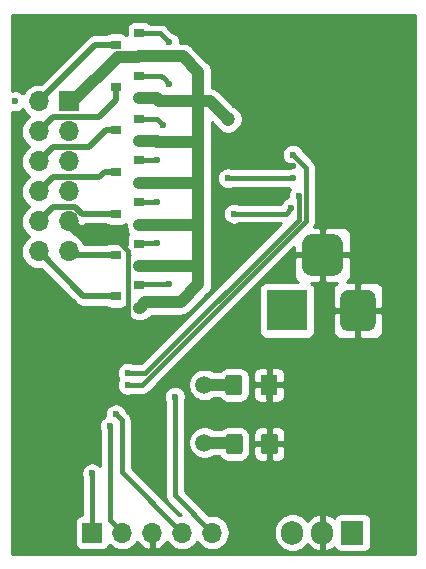
<source format=gbr>
G04 #@! TF.GenerationSoftware,KiCad,Pcbnew,(5.1.4)-1*
G04 #@! TF.CreationDate,2019-11-16T21:39:15+01:00*
G04 #@! TF.ProjectId,LEDClockControl,4c454443-6c6f-4636-9b43-6f6e74726f6c,rev?*
G04 #@! TF.SameCoordinates,Original*
G04 #@! TF.FileFunction,Copper,L2,Bot*
G04 #@! TF.FilePolarity,Positive*
%FSLAX46Y46*%
G04 Gerber Fmt 4.6, Leading zero omitted, Abs format (unit mm)*
G04 Created by KiCad (PCBNEW (5.1.4)-1) date 2019-11-16 21:39:15*
%MOMM*%
%LPD*%
G04 APERTURE LIST*
%ADD10C,0.100000*%
%ADD11C,1.425000*%
%ADD12R,1.700000X1.700000*%
%ADD13O,1.700000X1.700000*%
%ADD14R,0.900000X0.800000*%
%ADD15R,1.905000X2.000000*%
%ADD16O,1.905000X2.000000*%
%ADD17C,1.500000*%
%ADD18R,3.500000X3.500000*%
%ADD19C,3.000000*%
%ADD20C,3.500000*%
%ADD21C,0.600000*%
%ADD22C,1.200000*%
%ADD23C,1.000000*%
%ADD24C,0.400000*%
%ADD25C,0.500000*%
%ADD26C,0.254000*%
G04 APERTURE END LIST*
D10*
G36*
X174487004Y-123126204D02*
G01*
X174511273Y-123129804D01*
X174535071Y-123135765D01*
X174558171Y-123144030D01*
X174580349Y-123154520D01*
X174601393Y-123167133D01*
X174621098Y-123181747D01*
X174639277Y-123198223D01*
X174655753Y-123216402D01*
X174670367Y-123236107D01*
X174682980Y-123257151D01*
X174693470Y-123279329D01*
X174701735Y-123302429D01*
X174707696Y-123326227D01*
X174711296Y-123350496D01*
X174712500Y-123375000D01*
X174712500Y-124625000D01*
X174711296Y-124649504D01*
X174707696Y-124673773D01*
X174701735Y-124697571D01*
X174693470Y-124720671D01*
X174682980Y-124742849D01*
X174670367Y-124763893D01*
X174655753Y-124783598D01*
X174639277Y-124801777D01*
X174621098Y-124818253D01*
X174601393Y-124832867D01*
X174580349Y-124845480D01*
X174558171Y-124855970D01*
X174535071Y-124864235D01*
X174511273Y-124870196D01*
X174487004Y-124873796D01*
X174462500Y-124875000D01*
X173537500Y-124875000D01*
X173512996Y-124873796D01*
X173488727Y-124870196D01*
X173464929Y-124864235D01*
X173441829Y-124855970D01*
X173419651Y-124845480D01*
X173398607Y-124832867D01*
X173378902Y-124818253D01*
X173360723Y-124801777D01*
X173344247Y-124783598D01*
X173329633Y-124763893D01*
X173317020Y-124742849D01*
X173306530Y-124720671D01*
X173298265Y-124697571D01*
X173292304Y-124673773D01*
X173288704Y-124649504D01*
X173287500Y-124625000D01*
X173287500Y-123375000D01*
X173288704Y-123350496D01*
X173292304Y-123326227D01*
X173298265Y-123302429D01*
X173306530Y-123279329D01*
X173317020Y-123257151D01*
X173329633Y-123236107D01*
X173344247Y-123216402D01*
X173360723Y-123198223D01*
X173378902Y-123181747D01*
X173398607Y-123167133D01*
X173419651Y-123154520D01*
X173441829Y-123144030D01*
X173464929Y-123135765D01*
X173488727Y-123129804D01*
X173512996Y-123126204D01*
X173537500Y-123125000D01*
X174462500Y-123125000D01*
X174487004Y-123126204D01*
X174487004Y-123126204D01*
G37*
D11*
X174000000Y-124000000D03*
D10*
G36*
X171512004Y-123126204D02*
G01*
X171536273Y-123129804D01*
X171560071Y-123135765D01*
X171583171Y-123144030D01*
X171605349Y-123154520D01*
X171626393Y-123167133D01*
X171646098Y-123181747D01*
X171664277Y-123198223D01*
X171680753Y-123216402D01*
X171695367Y-123236107D01*
X171707980Y-123257151D01*
X171718470Y-123279329D01*
X171726735Y-123302429D01*
X171732696Y-123326227D01*
X171736296Y-123350496D01*
X171737500Y-123375000D01*
X171737500Y-124625000D01*
X171736296Y-124649504D01*
X171732696Y-124673773D01*
X171726735Y-124697571D01*
X171718470Y-124720671D01*
X171707980Y-124742849D01*
X171695367Y-124763893D01*
X171680753Y-124783598D01*
X171664277Y-124801777D01*
X171646098Y-124818253D01*
X171626393Y-124832867D01*
X171605349Y-124845480D01*
X171583171Y-124855970D01*
X171560071Y-124864235D01*
X171536273Y-124870196D01*
X171512004Y-124873796D01*
X171487500Y-124875000D01*
X170562500Y-124875000D01*
X170537996Y-124873796D01*
X170513727Y-124870196D01*
X170489929Y-124864235D01*
X170466829Y-124855970D01*
X170444651Y-124845480D01*
X170423607Y-124832867D01*
X170403902Y-124818253D01*
X170385723Y-124801777D01*
X170369247Y-124783598D01*
X170354633Y-124763893D01*
X170342020Y-124742849D01*
X170331530Y-124720671D01*
X170323265Y-124697571D01*
X170317304Y-124673773D01*
X170313704Y-124649504D01*
X170312500Y-124625000D01*
X170312500Y-123375000D01*
X170313704Y-123350496D01*
X170317304Y-123326227D01*
X170323265Y-123302429D01*
X170331530Y-123279329D01*
X170342020Y-123257151D01*
X170354633Y-123236107D01*
X170369247Y-123216402D01*
X170385723Y-123198223D01*
X170403902Y-123181747D01*
X170423607Y-123167133D01*
X170444651Y-123154520D01*
X170466829Y-123144030D01*
X170489929Y-123135765D01*
X170513727Y-123129804D01*
X170537996Y-123126204D01*
X170562500Y-123125000D01*
X171487500Y-123125000D01*
X171512004Y-123126204D01*
X171512004Y-123126204D01*
G37*
D11*
X171025000Y-124000000D03*
D10*
G36*
X171487004Y-118126204D02*
G01*
X171511273Y-118129804D01*
X171535071Y-118135765D01*
X171558171Y-118144030D01*
X171580349Y-118154520D01*
X171601393Y-118167133D01*
X171621098Y-118181747D01*
X171639277Y-118198223D01*
X171655753Y-118216402D01*
X171670367Y-118236107D01*
X171682980Y-118257151D01*
X171693470Y-118279329D01*
X171701735Y-118302429D01*
X171707696Y-118326227D01*
X171711296Y-118350496D01*
X171712500Y-118375000D01*
X171712500Y-119625000D01*
X171711296Y-119649504D01*
X171707696Y-119673773D01*
X171701735Y-119697571D01*
X171693470Y-119720671D01*
X171682980Y-119742849D01*
X171670367Y-119763893D01*
X171655753Y-119783598D01*
X171639277Y-119801777D01*
X171621098Y-119818253D01*
X171601393Y-119832867D01*
X171580349Y-119845480D01*
X171558171Y-119855970D01*
X171535071Y-119864235D01*
X171511273Y-119870196D01*
X171487004Y-119873796D01*
X171462500Y-119875000D01*
X170537500Y-119875000D01*
X170512996Y-119873796D01*
X170488727Y-119870196D01*
X170464929Y-119864235D01*
X170441829Y-119855970D01*
X170419651Y-119845480D01*
X170398607Y-119832867D01*
X170378902Y-119818253D01*
X170360723Y-119801777D01*
X170344247Y-119783598D01*
X170329633Y-119763893D01*
X170317020Y-119742849D01*
X170306530Y-119720671D01*
X170298265Y-119697571D01*
X170292304Y-119673773D01*
X170288704Y-119649504D01*
X170287500Y-119625000D01*
X170287500Y-118375000D01*
X170288704Y-118350496D01*
X170292304Y-118326227D01*
X170298265Y-118302429D01*
X170306530Y-118279329D01*
X170317020Y-118257151D01*
X170329633Y-118236107D01*
X170344247Y-118216402D01*
X170360723Y-118198223D01*
X170378902Y-118181747D01*
X170398607Y-118167133D01*
X170419651Y-118154520D01*
X170441829Y-118144030D01*
X170464929Y-118135765D01*
X170488727Y-118129804D01*
X170512996Y-118126204D01*
X170537500Y-118125000D01*
X171462500Y-118125000D01*
X171487004Y-118126204D01*
X171487004Y-118126204D01*
G37*
D11*
X171000000Y-119000000D03*
D10*
G36*
X174462004Y-118126204D02*
G01*
X174486273Y-118129804D01*
X174510071Y-118135765D01*
X174533171Y-118144030D01*
X174555349Y-118154520D01*
X174576393Y-118167133D01*
X174596098Y-118181747D01*
X174614277Y-118198223D01*
X174630753Y-118216402D01*
X174645367Y-118236107D01*
X174657980Y-118257151D01*
X174668470Y-118279329D01*
X174676735Y-118302429D01*
X174682696Y-118326227D01*
X174686296Y-118350496D01*
X174687500Y-118375000D01*
X174687500Y-119625000D01*
X174686296Y-119649504D01*
X174682696Y-119673773D01*
X174676735Y-119697571D01*
X174668470Y-119720671D01*
X174657980Y-119742849D01*
X174645367Y-119763893D01*
X174630753Y-119783598D01*
X174614277Y-119801777D01*
X174596098Y-119818253D01*
X174576393Y-119832867D01*
X174555349Y-119845480D01*
X174533171Y-119855970D01*
X174510071Y-119864235D01*
X174486273Y-119870196D01*
X174462004Y-119873796D01*
X174437500Y-119875000D01*
X173512500Y-119875000D01*
X173487996Y-119873796D01*
X173463727Y-119870196D01*
X173439929Y-119864235D01*
X173416829Y-119855970D01*
X173394651Y-119845480D01*
X173373607Y-119832867D01*
X173353902Y-119818253D01*
X173335723Y-119801777D01*
X173319247Y-119783598D01*
X173304633Y-119763893D01*
X173292020Y-119742849D01*
X173281530Y-119720671D01*
X173273265Y-119697571D01*
X173267304Y-119673773D01*
X173263704Y-119649504D01*
X173262500Y-119625000D01*
X173262500Y-118375000D01*
X173263704Y-118350496D01*
X173267304Y-118326227D01*
X173273265Y-118302429D01*
X173281530Y-118279329D01*
X173292020Y-118257151D01*
X173304633Y-118236107D01*
X173319247Y-118216402D01*
X173335723Y-118198223D01*
X173353902Y-118181747D01*
X173373607Y-118167133D01*
X173394651Y-118154520D01*
X173416829Y-118144030D01*
X173439929Y-118135765D01*
X173463727Y-118129804D01*
X173487996Y-118126204D01*
X173512500Y-118125000D01*
X174437500Y-118125000D01*
X174462004Y-118126204D01*
X174462004Y-118126204D01*
G37*
D11*
X173975000Y-119000000D03*
D12*
X157000000Y-95000000D03*
D13*
X154460000Y-95000000D03*
X157000000Y-97540000D03*
X154460000Y-97540000D03*
X157000000Y-100080000D03*
X154460000Y-100080000D03*
X157000000Y-102620000D03*
X154460000Y-102620000D03*
X157000000Y-105160000D03*
X154460000Y-105160000D03*
X157000000Y-107700000D03*
X154460000Y-107700000D03*
D12*
X159000000Y-131500000D03*
D13*
X161540000Y-131500000D03*
X164080000Y-131500000D03*
X166620000Y-131500000D03*
X169160000Y-131500000D03*
D14*
X163000000Y-107050000D03*
X163000000Y-108950000D03*
X161000000Y-108000000D03*
X163000000Y-89250000D03*
X163000000Y-91150000D03*
X161000000Y-90200000D03*
X161000000Y-93800000D03*
X163000000Y-94750000D03*
X163000000Y-92850000D03*
X163000000Y-96450000D03*
X163000000Y-98350000D03*
X161000000Y-97400000D03*
X161000000Y-100950000D03*
X163000000Y-101900000D03*
X163000000Y-100000000D03*
X163000000Y-103550000D03*
X163000000Y-105450000D03*
X161000000Y-104500000D03*
X161000000Y-111500000D03*
X163000000Y-112450000D03*
X163000000Y-110550000D03*
D15*
X181040000Y-131500000D03*
D16*
X178500000Y-131500000D03*
X175960000Y-131500000D03*
D17*
X168500000Y-123880000D03*
X168500000Y-119000000D03*
D18*
X175500000Y-112700000D03*
D10*
G36*
X182323513Y-110953611D02*
G01*
X182396318Y-110964411D01*
X182467714Y-110982295D01*
X182537013Y-111007090D01*
X182603548Y-111038559D01*
X182666678Y-111076398D01*
X182725795Y-111120242D01*
X182780330Y-111169670D01*
X182829758Y-111224205D01*
X182873602Y-111283322D01*
X182911441Y-111346452D01*
X182942910Y-111412987D01*
X182967705Y-111482286D01*
X182985589Y-111553682D01*
X182996389Y-111626487D01*
X183000000Y-111700000D01*
X183000000Y-113700000D01*
X182996389Y-113773513D01*
X182985589Y-113846318D01*
X182967705Y-113917714D01*
X182942910Y-113987013D01*
X182911441Y-114053548D01*
X182873602Y-114116678D01*
X182829758Y-114175795D01*
X182780330Y-114230330D01*
X182725795Y-114279758D01*
X182666678Y-114323602D01*
X182603548Y-114361441D01*
X182537013Y-114392910D01*
X182467714Y-114417705D01*
X182396318Y-114435589D01*
X182323513Y-114446389D01*
X182250000Y-114450000D01*
X180750000Y-114450000D01*
X180676487Y-114446389D01*
X180603682Y-114435589D01*
X180532286Y-114417705D01*
X180462987Y-114392910D01*
X180396452Y-114361441D01*
X180333322Y-114323602D01*
X180274205Y-114279758D01*
X180219670Y-114230330D01*
X180170242Y-114175795D01*
X180126398Y-114116678D01*
X180088559Y-114053548D01*
X180057090Y-113987013D01*
X180032295Y-113917714D01*
X180014411Y-113846318D01*
X180003611Y-113773513D01*
X180000000Y-113700000D01*
X180000000Y-111700000D01*
X180003611Y-111626487D01*
X180014411Y-111553682D01*
X180032295Y-111482286D01*
X180057090Y-111412987D01*
X180088559Y-111346452D01*
X180126398Y-111283322D01*
X180170242Y-111224205D01*
X180219670Y-111169670D01*
X180274205Y-111120242D01*
X180333322Y-111076398D01*
X180396452Y-111038559D01*
X180462987Y-111007090D01*
X180532286Y-110982295D01*
X180603682Y-110964411D01*
X180676487Y-110953611D01*
X180750000Y-110950000D01*
X182250000Y-110950000D01*
X182323513Y-110953611D01*
X182323513Y-110953611D01*
G37*
D19*
X181500000Y-112700000D03*
D10*
G36*
X179460765Y-106254213D02*
G01*
X179545704Y-106266813D01*
X179628999Y-106287677D01*
X179709848Y-106316605D01*
X179787472Y-106353319D01*
X179861124Y-106397464D01*
X179930094Y-106448616D01*
X179993718Y-106506282D01*
X180051384Y-106569906D01*
X180102536Y-106638876D01*
X180146681Y-106712528D01*
X180183395Y-106790152D01*
X180212323Y-106871001D01*
X180233187Y-106954296D01*
X180245787Y-107039235D01*
X180250000Y-107125000D01*
X180250000Y-108875000D01*
X180245787Y-108960765D01*
X180233187Y-109045704D01*
X180212323Y-109128999D01*
X180183395Y-109209848D01*
X180146681Y-109287472D01*
X180102536Y-109361124D01*
X180051384Y-109430094D01*
X179993718Y-109493718D01*
X179930094Y-109551384D01*
X179861124Y-109602536D01*
X179787472Y-109646681D01*
X179709848Y-109683395D01*
X179628999Y-109712323D01*
X179545704Y-109733187D01*
X179460765Y-109745787D01*
X179375000Y-109750000D01*
X177625000Y-109750000D01*
X177539235Y-109745787D01*
X177454296Y-109733187D01*
X177371001Y-109712323D01*
X177290152Y-109683395D01*
X177212528Y-109646681D01*
X177138876Y-109602536D01*
X177069906Y-109551384D01*
X177006282Y-109493718D01*
X176948616Y-109430094D01*
X176897464Y-109361124D01*
X176853319Y-109287472D01*
X176816605Y-109209848D01*
X176787677Y-109128999D01*
X176766813Y-109045704D01*
X176754213Y-108960765D01*
X176750000Y-108875000D01*
X176750000Y-107125000D01*
X176754213Y-107039235D01*
X176766813Y-106954296D01*
X176787677Y-106871001D01*
X176816605Y-106790152D01*
X176853319Y-106712528D01*
X176897464Y-106638876D01*
X176948616Y-106569906D01*
X177006282Y-106506282D01*
X177069906Y-106448616D01*
X177138876Y-106397464D01*
X177212528Y-106353319D01*
X177290152Y-106316605D01*
X177371001Y-106287677D01*
X177454296Y-106266813D01*
X177539235Y-106254213D01*
X177625000Y-106250000D01*
X179375000Y-106250000D01*
X179460765Y-106254213D01*
X179460765Y-106254213D01*
G37*
D20*
X178500000Y-108000000D03*
D21*
X152500000Y-95000000D03*
D22*
X159500000Y-106000000D03*
D21*
X176000000Y-100500000D03*
X171000000Y-100500000D03*
X162000000Y-114500000D03*
X152500000Y-112500000D03*
X152500000Y-115000000D03*
X152500000Y-117500000D03*
X152500000Y-120000000D03*
X152500000Y-122500000D03*
X152500000Y-125000000D03*
X152500000Y-127500000D03*
X152500000Y-130000000D03*
X152500000Y-132500000D03*
X155000000Y-132500000D03*
X155000000Y-130000000D03*
X155000000Y-127500000D03*
X155000000Y-125000000D03*
X155000000Y-117500000D03*
X164000000Y-115000000D03*
X160500000Y-118500000D03*
X157000000Y-113500000D03*
X157000000Y-112000000D03*
X157000000Y-115000000D03*
X156500000Y-122000000D03*
X157500000Y-123500000D03*
X162500000Y-121000000D03*
X159500000Y-121000000D03*
X164500000Y-126000000D03*
X168000000Y-126000000D03*
X170000000Y-128500000D03*
X172500000Y-131500000D03*
X178000000Y-126000000D03*
X178000000Y-124000000D03*
X176000000Y-121500000D03*
X174500000Y-122000000D03*
X174000000Y-120000000D03*
X176000000Y-124000000D03*
X184000000Y-131500000D03*
X186000000Y-131500000D03*
X159500000Y-115000000D03*
X159500000Y-114000000D03*
X159500000Y-113000000D03*
X152500000Y-110000000D03*
X152500000Y-107500000D03*
X152500000Y-105000000D03*
X152500000Y-102500000D03*
X152500000Y-100000000D03*
X152500000Y-97500000D03*
X152500000Y-92500000D03*
X152500000Y-90000000D03*
X153000000Y-88000000D03*
X155500000Y-88000000D03*
X158000000Y-88000000D03*
X160500000Y-88000000D03*
X163000000Y-88000000D03*
X165500000Y-88000000D03*
X168000000Y-88000000D03*
X170500000Y-88000000D03*
X173000000Y-88000000D03*
X175500000Y-88000000D03*
X178000000Y-88000000D03*
X180500000Y-88000000D03*
X183000000Y-88000000D03*
X185500000Y-88000000D03*
X185000000Y-125000000D03*
X185000000Y-122500000D03*
X185000000Y-120000000D03*
X185000000Y-117500000D03*
X185000000Y-115000000D03*
X185000000Y-112500000D03*
X185000000Y-110000000D03*
X185000000Y-107500000D03*
X185000000Y-105000000D03*
X185000000Y-102500000D03*
X185000000Y-100000000D03*
X185000000Y-97500000D03*
X185000000Y-95000000D03*
X185000000Y-92500000D03*
X185000000Y-90000000D03*
X182500000Y-90000000D03*
X180000000Y-90000000D03*
X177500000Y-90000000D03*
X175000000Y-90000000D03*
X172500000Y-90000000D03*
X170000000Y-90000000D03*
X172500000Y-92500000D03*
X175000000Y-92500000D03*
X177500000Y-92500000D03*
X180000000Y-92500000D03*
X182500000Y-92500000D03*
X182500000Y-95000000D03*
X180000000Y-95000000D03*
X177500000Y-95000000D03*
X180000000Y-97500000D03*
X182500000Y-97500000D03*
X182500000Y-100000000D03*
X180000000Y-100000000D03*
X180000000Y-102500000D03*
X182500000Y-102500000D03*
X182500000Y-105000000D03*
X182500000Y-107500000D03*
X182500000Y-117500000D03*
X180000000Y-117500000D03*
X155000000Y-90000000D03*
D22*
X170500000Y-96500000D03*
D21*
X159000000Y-126500000D03*
X165500000Y-90000000D03*
X165500000Y-93500000D03*
X165000000Y-97000000D03*
X164500000Y-100000000D03*
X164500000Y-103500000D03*
X164500000Y-107000000D03*
X165500000Y-110500000D03*
X160500000Y-122500000D03*
X161000000Y-121500000D03*
X166000000Y-120000000D03*
X162000000Y-119000000D03*
X176000000Y-99500000D03*
X162000000Y-118000000D03*
X176500000Y-103000014D03*
X171000000Y-104500000D03*
X175873000Y-104000000D03*
X170500000Y-101500000D03*
X176000000Y-101500000D03*
D23*
X170905000Y-123880000D02*
X171025000Y-124000000D01*
X168500000Y-123880000D02*
X170905000Y-123880000D01*
X157000000Y-105160000D02*
X157840000Y-106000000D01*
X157840000Y-106000000D02*
X159500000Y-106000000D01*
D24*
X160348528Y-106000000D02*
X162000000Y-107651472D01*
X159500000Y-106000000D02*
X160348528Y-106000000D01*
X162000000Y-114000000D02*
X161500000Y-114500000D01*
X162000000Y-113000000D02*
X162000000Y-114500000D01*
X162000000Y-113000000D02*
X162000000Y-114000000D01*
X162000000Y-107651472D02*
X162000000Y-113000000D01*
D23*
X168500000Y-119000000D02*
X171000000Y-119000000D01*
X163000000Y-101900000D02*
X168000000Y-101900000D01*
X163000000Y-105450000D02*
X168000000Y-105450000D01*
X163000000Y-108950000D02*
X168000000Y-108950000D01*
X168000000Y-110500000D02*
X166500000Y-112000000D01*
X166500000Y-112000000D02*
X163500000Y-112000000D01*
X163050000Y-112450000D02*
X163000000Y-112450000D01*
X163500000Y-112000000D02*
X163050000Y-112450000D01*
X168950000Y-94950000D02*
X169900001Y-95900001D01*
X169900001Y-95900001D02*
X170500000Y-96500000D01*
D24*
X159000000Y-131500000D02*
X159000000Y-126500000D01*
X168050000Y-94950000D02*
X168000000Y-95000000D01*
X168950000Y-94950000D02*
X168050000Y-94950000D01*
X167950000Y-105450000D02*
X168000000Y-105500000D01*
X163000000Y-105450000D02*
X167950000Y-105450000D01*
D23*
X168000000Y-105500000D02*
X168000000Y-110500000D01*
X168000000Y-92500000D02*
X168000000Y-95000000D01*
X163000000Y-91150000D02*
X166650000Y-91150000D01*
X166650000Y-91150000D02*
X168000000Y-92500000D01*
X162922999Y-91227001D02*
X163000000Y-91150000D01*
X161172999Y-91227001D02*
X162922999Y-91227001D01*
X157400000Y-95000000D02*
X161172999Y-91227001D01*
X157000000Y-95000000D02*
X157400000Y-95000000D01*
X164650000Y-94950000D02*
X168950000Y-94950000D01*
X164450000Y-94750000D02*
X164650000Y-94950000D01*
X163000000Y-94750000D02*
X164450000Y-94750000D01*
X164500000Y-98400000D02*
X168000000Y-98400000D01*
X164450000Y-98350000D02*
X164500000Y-98400000D01*
X163000000Y-98350000D02*
X164450000Y-98350000D01*
X168000000Y-95000000D02*
X168000000Y-98400000D01*
X168000000Y-98400000D02*
X168000000Y-105500000D01*
D24*
X165050000Y-89550000D02*
X165500000Y-90000000D01*
X164750000Y-89250000D02*
X165050000Y-89550000D01*
X163000000Y-89250000D02*
X164750000Y-89250000D01*
X165050000Y-93050000D02*
X165500000Y-93500000D01*
X164850000Y-92850000D02*
X165050000Y-93050000D01*
X163000000Y-92850000D02*
X164850000Y-92850000D01*
X164550000Y-96550000D02*
X165000000Y-97000000D01*
X164450000Y-96450000D02*
X164550000Y-96550000D01*
X163000000Y-96450000D02*
X164450000Y-96450000D01*
X163000000Y-100000000D02*
X164500000Y-100000000D01*
X163000000Y-103550000D02*
X164450000Y-103550000D01*
X164450000Y-103550000D02*
X164500000Y-103500000D01*
X163050000Y-107000000D02*
X163000000Y-107050000D01*
X164500000Y-107000000D02*
X163050000Y-107000000D01*
X163050000Y-110500000D02*
X163000000Y-110550000D01*
X165500000Y-110500000D02*
X163050000Y-110500000D01*
X161540000Y-131500000D02*
X160500000Y-130460000D01*
X160500000Y-130460000D02*
X160500000Y-122500000D01*
X166620000Y-131500000D02*
X161500000Y-126380000D01*
X161500000Y-126380000D02*
X161500000Y-122000000D01*
X161500000Y-122000000D02*
X161000000Y-121500000D01*
X169160000Y-131500000D02*
X166000000Y-128340000D01*
X166000000Y-128340000D02*
X166000000Y-120000000D01*
X176299999Y-99799999D02*
X176000000Y-99500000D01*
X177127001Y-105118305D02*
X177127001Y-100627001D01*
X177127001Y-100627001D02*
X176299999Y-99799999D01*
X163245306Y-119000000D02*
X177127001Y-105118305D01*
X162000000Y-119000000D02*
X163245306Y-119000000D01*
X176500000Y-103424278D02*
X176500000Y-103000014D01*
X176500000Y-105000000D02*
X176500000Y-103424278D01*
X162000000Y-118000000D02*
X163500000Y-118000000D01*
X163500000Y-118000000D02*
X176500000Y-105000000D01*
X171000000Y-104500000D02*
X175373000Y-104500000D01*
X175373000Y-104500000D02*
X175873000Y-104000000D01*
X170500000Y-101500000D02*
X176000000Y-101500000D01*
D25*
X159260000Y-90200000D02*
X161000000Y-90200000D01*
X154460000Y-95000000D02*
X159260000Y-90200000D01*
X155309999Y-96690001D02*
X154460000Y-97540000D01*
X155687001Y-96312999D02*
X155309999Y-96690001D01*
X159587001Y-96312999D02*
X155687001Y-96312999D01*
X161000000Y-94900000D02*
X159587001Y-96312999D01*
X161000000Y-94000000D02*
X161000000Y-94900000D01*
X155309999Y-99230001D02*
X154460000Y-100080000D01*
X155687001Y-98852999D02*
X155309999Y-99230001D01*
X158697001Y-98852999D02*
X155687001Y-98852999D01*
X161000000Y-97400000D02*
X160150000Y-97400000D01*
X160150000Y-97400000D02*
X158697001Y-98852999D01*
X155309999Y-101770001D02*
X154460000Y-102620000D01*
X155687001Y-101392999D02*
X155309999Y-101770001D01*
X159607001Y-101392999D02*
X155687001Y-101392999D01*
X160050000Y-100950000D02*
X159607001Y-101392999D01*
X161000000Y-100950000D02*
X160050000Y-100950000D01*
X155309999Y-104310001D02*
X154460000Y-105160000D01*
X155687001Y-103932999D02*
X155309999Y-104310001D01*
X157588961Y-103932999D02*
X155687001Y-103932999D01*
X158155962Y-104500000D02*
X157588961Y-103932999D01*
X161000000Y-104500000D02*
X158155962Y-104500000D01*
X157300000Y-108000000D02*
X157000000Y-107700000D01*
X161000000Y-108000000D02*
X157300000Y-108000000D01*
X158260000Y-111500000D02*
X154460000Y-107700000D01*
X161000000Y-111500000D02*
X158260000Y-111500000D01*
D26*
G36*
X186315000Y-133315000D02*
G01*
X152185000Y-133315000D01*
X152185000Y-130650000D01*
X157511928Y-130650000D01*
X157511928Y-132350000D01*
X157524188Y-132474482D01*
X157560498Y-132594180D01*
X157619463Y-132704494D01*
X157698815Y-132801185D01*
X157795506Y-132880537D01*
X157905820Y-132939502D01*
X158025518Y-132975812D01*
X158150000Y-132988072D01*
X159850000Y-132988072D01*
X159974482Y-132975812D01*
X160094180Y-132939502D01*
X160204494Y-132880537D01*
X160301185Y-132801185D01*
X160380537Y-132704494D01*
X160439502Y-132594180D01*
X160460393Y-132525313D01*
X160484866Y-132555134D01*
X160710986Y-132740706D01*
X160968966Y-132878599D01*
X161248889Y-132963513D01*
X161467050Y-132985000D01*
X161612950Y-132985000D01*
X161831111Y-132963513D01*
X162111034Y-132878599D01*
X162369014Y-132740706D01*
X162595134Y-132555134D01*
X162780706Y-132329014D01*
X162815201Y-132264477D01*
X162884822Y-132381355D01*
X163079731Y-132597588D01*
X163313080Y-132771641D01*
X163575901Y-132896825D01*
X163723110Y-132941476D01*
X163953000Y-132820155D01*
X163953000Y-131627000D01*
X163933000Y-131627000D01*
X163933000Y-131373000D01*
X163953000Y-131373000D01*
X163953000Y-131353000D01*
X164207000Y-131353000D01*
X164207000Y-131373000D01*
X164227000Y-131373000D01*
X164227000Y-131627000D01*
X164207000Y-131627000D01*
X164207000Y-132820155D01*
X164436890Y-132941476D01*
X164584099Y-132896825D01*
X164846920Y-132771641D01*
X165080269Y-132597588D01*
X165275178Y-132381355D01*
X165344799Y-132264477D01*
X165379294Y-132329014D01*
X165564866Y-132555134D01*
X165790986Y-132740706D01*
X166048966Y-132878599D01*
X166328889Y-132963513D01*
X166547050Y-132985000D01*
X166692950Y-132985000D01*
X166911111Y-132963513D01*
X167191034Y-132878599D01*
X167449014Y-132740706D01*
X167675134Y-132555134D01*
X167860706Y-132329014D01*
X167890000Y-132274209D01*
X167919294Y-132329014D01*
X168104866Y-132555134D01*
X168330986Y-132740706D01*
X168588966Y-132878599D01*
X168868889Y-132963513D01*
X169087050Y-132985000D01*
X169232950Y-132985000D01*
X169451111Y-132963513D01*
X169731034Y-132878599D01*
X169989014Y-132740706D01*
X170215134Y-132555134D01*
X170400706Y-132329014D01*
X170538599Y-132071034D01*
X170623513Y-131791111D01*
X170652185Y-131500000D01*
X170639826Y-131374514D01*
X174372500Y-131374514D01*
X174372500Y-131625485D01*
X174395470Y-131858703D01*
X174486245Y-132157948D01*
X174633655Y-132433734D01*
X174832037Y-132675463D01*
X175073765Y-132873845D01*
X175349551Y-133021255D01*
X175648796Y-133112030D01*
X175960000Y-133142681D01*
X176271203Y-133112030D01*
X176570448Y-133021255D01*
X176846234Y-132873845D01*
X177087963Y-132675463D01*
X177235163Y-132496101D01*
X177390563Y-132681315D01*
X177633077Y-132875969D01*
X177908906Y-133019571D01*
X178127020Y-133090563D01*
X178373000Y-132970594D01*
X178373000Y-131627000D01*
X178353000Y-131627000D01*
X178353000Y-131373000D01*
X178373000Y-131373000D01*
X178373000Y-130029406D01*
X178627000Y-130029406D01*
X178627000Y-131373000D01*
X178647000Y-131373000D01*
X178647000Y-131627000D01*
X178627000Y-131627000D01*
X178627000Y-132970594D01*
X178872980Y-133090563D01*
X179091094Y-133019571D01*
X179366923Y-132875969D01*
X179507941Y-132762781D01*
X179556963Y-132854494D01*
X179636315Y-132951185D01*
X179733006Y-133030537D01*
X179843320Y-133089502D01*
X179963018Y-133125812D01*
X180087500Y-133138072D01*
X181992500Y-133138072D01*
X182116982Y-133125812D01*
X182236680Y-133089502D01*
X182346994Y-133030537D01*
X182443685Y-132951185D01*
X182523037Y-132854494D01*
X182582002Y-132744180D01*
X182618312Y-132624482D01*
X182630572Y-132500000D01*
X182630572Y-130500000D01*
X182618312Y-130375518D01*
X182582002Y-130255820D01*
X182523037Y-130145506D01*
X182443685Y-130048815D01*
X182346994Y-129969463D01*
X182236680Y-129910498D01*
X182116982Y-129874188D01*
X181992500Y-129861928D01*
X180087500Y-129861928D01*
X179963018Y-129874188D01*
X179843320Y-129910498D01*
X179733006Y-129969463D01*
X179636315Y-130048815D01*
X179556963Y-130145506D01*
X179507941Y-130237219D01*
X179366923Y-130124031D01*
X179091094Y-129980429D01*
X178872980Y-129909437D01*
X178627000Y-130029406D01*
X178373000Y-130029406D01*
X178127020Y-129909437D01*
X177908906Y-129980429D01*
X177633077Y-130124031D01*
X177390563Y-130318685D01*
X177235162Y-130503900D01*
X177087963Y-130324537D01*
X176846235Y-130126155D01*
X176570449Y-129978745D01*
X176271204Y-129887970D01*
X175960000Y-129857319D01*
X175648797Y-129887970D01*
X175349552Y-129978745D01*
X175073766Y-130126155D01*
X174832037Y-130324537D01*
X174633655Y-130566265D01*
X174486245Y-130842051D01*
X174395470Y-131141296D01*
X174372500Y-131374514D01*
X170639826Y-131374514D01*
X170623513Y-131208889D01*
X170538599Y-130928966D01*
X170400706Y-130670986D01*
X170215134Y-130444866D01*
X169989014Y-130259294D01*
X169731034Y-130121401D01*
X169451111Y-130036487D01*
X169232950Y-130015000D01*
X169087050Y-130015000D01*
X168876596Y-130035728D01*
X166835000Y-127994133D01*
X166835000Y-123743589D01*
X167115000Y-123743589D01*
X167115000Y-124016411D01*
X167168225Y-124283989D01*
X167272629Y-124536043D01*
X167424201Y-124762886D01*
X167617114Y-124955799D01*
X167843957Y-125107371D01*
X168096011Y-125211775D01*
X168363589Y-125265000D01*
X168636411Y-125265000D01*
X168903989Y-125211775D01*
X169156043Y-125107371D01*
X169294286Y-125015000D01*
X169768834Y-125015000D01*
X169824095Y-125118386D01*
X169934538Y-125252962D01*
X170069114Y-125363405D01*
X170222650Y-125445472D01*
X170389246Y-125496008D01*
X170562500Y-125513072D01*
X171487500Y-125513072D01*
X171660754Y-125496008D01*
X171827350Y-125445472D01*
X171980886Y-125363405D01*
X172115462Y-125252962D01*
X172225905Y-125118386D01*
X172307972Y-124964850D01*
X172335227Y-124875000D01*
X172649428Y-124875000D01*
X172661688Y-124999482D01*
X172697998Y-125119180D01*
X172756963Y-125229494D01*
X172836315Y-125326185D01*
X172933006Y-125405537D01*
X173043320Y-125464502D01*
X173163018Y-125500812D01*
X173287500Y-125513072D01*
X173714250Y-125510000D01*
X173873000Y-125351250D01*
X173873000Y-124127000D01*
X174127000Y-124127000D01*
X174127000Y-125351250D01*
X174285750Y-125510000D01*
X174712500Y-125513072D01*
X174836982Y-125500812D01*
X174956680Y-125464502D01*
X175066994Y-125405537D01*
X175163685Y-125326185D01*
X175243037Y-125229494D01*
X175302002Y-125119180D01*
X175338312Y-124999482D01*
X175350572Y-124875000D01*
X175347500Y-124285750D01*
X175188750Y-124127000D01*
X174127000Y-124127000D01*
X173873000Y-124127000D01*
X172811250Y-124127000D01*
X172652500Y-124285750D01*
X172649428Y-124875000D01*
X172335227Y-124875000D01*
X172358508Y-124798254D01*
X172375572Y-124625000D01*
X172375572Y-123375000D01*
X172358508Y-123201746D01*
X172335228Y-123125000D01*
X172649428Y-123125000D01*
X172652500Y-123714250D01*
X172811250Y-123873000D01*
X173873000Y-123873000D01*
X173873000Y-122648750D01*
X174127000Y-122648750D01*
X174127000Y-123873000D01*
X175188750Y-123873000D01*
X175347500Y-123714250D01*
X175350572Y-123125000D01*
X175338312Y-123000518D01*
X175302002Y-122880820D01*
X175243037Y-122770506D01*
X175163685Y-122673815D01*
X175066994Y-122594463D01*
X174956680Y-122535498D01*
X174836982Y-122499188D01*
X174712500Y-122486928D01*
X174285750Y-122490000D01*
X174127000Y-122648750D01*
X173873000Y-122648750D01*
X173714250Y-122490000D01*
X173287500Y-122486928D01*
X173163018Y-122499188D01*
X173043320Y-122535498D01*
X172933006Y-122594463D01*
X172836315Y-122673815D01*
X172756963Y-122770506D01*
X172697998Y-122880820D01*
X172661688Y-123000518D01*
X172649428Y-123125000D01*
X172335228Y-123125000D01*
X172307972Y-123035150D01*
X172225905Y-122881614D01*
X172115462Y-122747038D01*
X171980886Y-122636595D01*
X171827350Y-122554528D01*
X171660754Y-122503992D01*
X171487500Y-122486928D01*
X170562500Y-122486928D01*
X170389246Y-122503992D01*
X170222650Y-122554528D01*
X170069114Y-122636595D01*
X169937021Y-122745000D01*
X169294286Y-122745000D01*
X169156043Y-122652629D01*
X168903989Y-122548225D01*
X168636411Y-122495000D01*
X168363589Y-122495000D01*
X168096011Y-122548225D01*
X167843957Y-122652629D01*
X167617114Y-122804201D01*
X167424201Y-122997114D01*
X167272629Y-123223957D01*
X167168225Y-123476011D01*
X167115000Y-123743589D01*
X166835000Y-123743589D01*
X166835000Y-120427404D01*
X166899068Y-120272729D01*
X166935000Y-120092089D01*
X166935000Y-119907911D01*
X166899068Y-119727271D01*
X166828586Y-119557111D01*
X166726262Y-119403972D01*
X166596028Y-119273738D01*
X166442889Y-119171414D01*
X166272729Y-119100932D01*
X166092089Y-119065000D01*
X165907911Y-119065000D01*
X165727271Y-119100932D01*
X165557111Y-119171414D01*
X165403972Y-119273738D01*
X165273738Y-119403972D01*
X165171414Y-119557111D01*
X165100932Y-119727271D01*
X165065000Y-119907911D01*
X165065000Y-120092089D01*
X165100932Y-120272729D01*
X165165001Y-120427406D01*
X165165000Y-128298981D01*
X165160960Y-128340000D01*
X165165000Y-128381018D01*
X165177082Y-128503688D01*
X165224828Y-128661086D01*
X165302364Y-128806145D01*
X165406709Y-128933291D01*
X165438579Y-128959446D01*
X166498877Y-130019745D01*
X166336596Y-130035728D01*
X162335000Y-126034133D01*
X162335000Y-122041018D01*
X162339040Y-122000000D01*
X162322918Y-121836312D01*
X162318300Y-121821086D01*
X162275172Y-121678913D01*
X162197636Y-121533854D01*
X162093291Y-121406709D01*
X162061426Y-121380558D01*
X161892654Y-121211787D01*
X161828586Y-121057111D01*
X161726262Y-120903972D01*
X161596028Y-120773738D01*
X161442889Y-120671414D01*
X161272729Y-120600932D01*
X161092089Y-120565000D01*
X160907911Y-120565000D01*
X160727271Y-120600932D01*
X160557111Y-120671414D01*
X160403972Y-120773738D01*
X160273738Y-120903972D01*
X160171414Y-121057111D01*
X160100932Y-121227271D01*
X160065000Y-121407911D01*
X160065000Y-121592089D01*
X160078977Y-121662357D01*
X160057111Y-121671414D01*
X159903972Y-121773738D01*
X159773738Y-121903972D01*
X159671414Y-122057111D01*
X159600932Y-122227271D01*
X159565000Y-122407911D01*
X159565000Y-122592089D01*
X159600932Y-122772729D01*
X159665001Y-122927406D01*
X159665001Y-125842711D01*
X159596028Y-125773738D01*
X159442889Y-125671414D01*
X159272729Y-125600932D01*
X159092089Y-125565000D01*
X158907911Y-125565000D01*
X158727271Y-125600932D01*
X158557111Y-125671414D01*
X158403972Y-125773738D01*
X158273738Y-125903972D01*
X158171414Y-126057111D01*
X158100932Y-126227271D01*
X158065000Y-126407911D01*
X158065000Y-126592089D01*
X158100932Y-126772729D01*
X158165001Y-126927406D01*
X158165000Y-130011928D01*
X158150000Y-130011928D01*
X158025518Y-130024188D01*
X157905820Y-130060498D01*
X157795506Y-130119463D01*
X157698815Y-130198815D01*
X157619463Y-130295506D01*
X157560498Y-130405820D01*
X157524188Y-130525518D01*
X157511928Y-130650000D01*
X152185000Y-130650000D01*
X152185000Y-117907911D01*
X161065000Y-117907911D01*
X161065000Y-118092089D01*
X161100932Y-118272729D01*
X161171414Y-118442889D01*
X161209574Y-118500000D01*
X161171414Y-118557111D01*
X161100932Y-118727271D01*
X161065000Y-118907911D01*
X161065000Y-119092089D01*
X161100932Y-119272729D01*
X161171414Y-119442889D01*
X161273738Y-119596028D01*
X161403972Y-119726262D01*
X161557111Y-119828586D01*
X161727271Y-119899068D01*
X161907911Y-119935000D01*
X162092089Y-119935000D01*
X162272729Y-119899068D01*
X162427404Y-119835000D01*
X163204288Y-119835000D01*
X163245306Y-119839040D01*
X163286324Y-119835000D01*
X163286325Y-119835000D01*
X163408995Y-119822918D01*
X163566393Y-119775172D01*
X163711452Y-119697636D01*
X163838597Y-119593291D01*
X163864752Y-119561421D01*
X164562584Y-118863589D01*
X167115000Y-118863589D01*
X167115000Y-119136411D01*
X167168225Y-119403989D01*
X167272629Y-119656043D01*
X167424201Y-119882886D01*
X167617114Y-120075799D01*
X167843957Y-120227371D01*
X168096011Y-120331775D01*
X168363589Y-120385000D01*
X168636411Y-120385000D01*
X168903989Y-120331775D01*
X169156043Y-120227371D01*
X169294286Y-120135000D01*
X169812730Y-120135000D01*
X169909538Y-120252962D01*
X170044114Y-120363405D01*
X170197650Y-120445472D01*
X170364246Y-120496008D01*
X170537500Y-120513072D01*
X171462500Y-120513072D01*
X171635754Y-120496008D01*
X171802350Y-120445472D01*
X171955886Y-120363405D01*
X172090462Y-120252962D01*
X172200905Y-120118386D01*
X172282972Y-119964850D01*
X172310227Y-119875000D01*
X172624428Y-119875000D01*
X172636688Y-119999482D01*
X172672998Y-120119180D01*
X172731963Y-120229494D01*
X172811315Y-120326185D01*
X172908006Y-120405537D01*
X173018320Y-120464502D01*
X173138018Y-120500812D01*
X173262500Y-120513072D01*
X173689250Y-120510000D01*
X173848000Y-120351250D01*
X173848000Y-119127000D01*
X174102000Y-119127000D01*
X174102000Y-120351250D01*
X174260750Y-120510000D01*
X174687500Y-120513072D01*
X174811982Y-120500812D01*
X174931680Y-120464502D01*
X175041994Y-120405537D01*
X175138685Y-120326185D01*
X175218037Y-120229494D01*
X175277002Y-120119180D01*
X175313312Y-119999482D01*
X175325572Y-119875000D01*
X175322500Y-119285750D01*
X175163750Y-119127000D01*
X174102000Y-119127000D01*
X173848000Y-119127000D01*
X172786250Y-119127000D01*
X172627500Y-119285750D01*
X172624428Y-119875000D01*
X172310227Y-119875000D01*
X172333508Y-119798254D01*
X172350572Y-119625000D01*
X172350572Y-118375000D01*
X172333508Y-118201746D01*
X172310228Y-118125000D01*
X172624428Y-118125000D01*
X172627500Y-118714250D01*
X172786250Y-118873000D01*
X173848000Y-118873000D01*
X173848000Y-117648750D01*
X174102000Y-117648750D01*
X174102000Y-118873000D01*
X175163750Y-118873000D01*
X175322500Y-118714250D01*
X175325572Y-118125000D01*
X175313312Y-118000518D01*
X175277002Y-117880820D01*
X175218037Y-117770506D01*
X175138685Y-117673815D01*
X175041994Y-117594463D01*
X174931680Y-117535498D01*
X174811982Y-117499188D01*
X174687500Y-117486928D01*
X174260750Y-117490000D01*
X174102000Y-117648750D01*
X173848000Y-117648750D01*
X173689250Y-117490000D01*
X173262500Y-117486928D01*
X173138018Y-117499188D01*
X173018320Y-117535498D01*
X172908006Y-117594463D01*
X172811315Y-117673815D01*
X172731963Y-117770506D01*
X172672998Y-117880820D01*
X172636688Y-118000518D01*
X172624428Y-118125000D01*
X172310228Y-118125000D01*
X172282972Y-118035150D01*
X172200905Y-117881614D01*
X172090462Y-117747038D01*
X171955886Y-117636595D01*
X171802350Y-117554528D01*
X171635754Y-117503992D01*
X171462500Y-117486928D01*
X170537500Y-117486928D01*
X170364246Y-117503992D01*
X170197650Y-117554528D01*
X170044114Y-117636595D01*
X169909538Y-117747038D01*
X169812730Y-117865000D01*
X169294286Y-117865000D01*
X169156043Y-117772629D01*
X168903989Y-117668225D01*
X168636411Y-117615000D01*
X168363589Y-117615000D01*
X168096011Y-117668225D01*
X167843957Y-117772629D01*
X167617114Y-117924201D01*
X167424201Y-118117114D01*
X167272629Y-118343957D01*
X167168225Y-118596011D01*
X167115000Y-118863589D01*
X164562584Y-118863589D01*
X172476173Y-110950000D01*
X173111928Y-110950000D01*
X173111928Y-114450000D01*
X173124188Y-114574482D01*
X173160498Y-114694180D01*
X173219463Y-114804494D01*
X173298815Y-114901185D01*
X173395506Y-114980537D01*
X173505820Y-115039502D01*
X173625518Y-115075812D01*
X173750000Y-115088072D01*
X177250000Y-115088072D01*
X177374482Y-115075812D01*
X177494180Y-115039502D01*
X177604494Y-114980537D01*
X177701185Y-114901185D01*
X177780537Y-114804494D01*
X177839502Y-114694180D01*
X177875812Y-114574482D01*
X177888072Y-114450000D01*
X179361928Y-114450000D01*
X179374188Y-114574482D01*
X179410498Y-114694180D01*
X179469463Y-114804494D01*
X179548815Y-114901185D01*
X179645506Y-114980537D01*
X179755820Y-115039502D01*
X179875518Y-115075812D01*
X180000000Y-115088072D01*
X181214250Y-115085000D01*
X181373000Y-114926250D01*
X181373000Y-112827000D01*
X181627000Y-112827000D01*
X181627000Y-114926250D01*
X181785750Y-115085000D01*
X183000000Y-115088072D01*
X183124482Y-115075812D01*
X183244180Y-115039502D01*
X183354494Y-114980537D01*
X183451185Y-114901185D01*
X183530537Y-114804494D01*
X183589502Y-114694180D01*
X183625812Y-114574482D01*
X183638072Y-114450000D01*
X183635000Y-112985750D01*
X183476250Y-112827000D01*
X181627000Y-112827000D01*
X181373000Y-112827000D01*
X179523750Y-112827000D01*
X179365000Y-112985750D01*
X179361928Y-114450000D01*
X177888072Y-114450000D01*
X177888072Y-110950000D01*
X177875812Y-110825518D01*
X177839502Y-110705820D01*
X177780537Y-110595506D01*
X177701185Y-110498815D01*
X177604494Y-110419463D01*
X177542655Y-110386409D01*
X178214250Y-110385000D01*
X178373000Y-110226250D01*
X178373000Y-108127000D01*
X178627000Y-108127000D01*
X178627000Y-110226250D01*
X178785750Y-110385000D01*
X179706367Y-110386931D01*
X179645506Y-110419463D01*
X179548815Y-110498815D01*
X179469463Y-110595506D01*
X179410498Y-110705820D01*
X179374188Y-110825518D01*
X179361928Y-110950000D01*
X179365000Y-112414250D01*
X179523750Y-112573000D01*
X181373000Y-112573000D01*
X181373000Y-110473750D01*
X181627000Y-110473750D01*
X181627000Y-112573000D01*
X183476250Y-112573000D01*
X183635000Y-112414250D01*
X183638072Y-110950000D01*
X183625812Y-110825518D01*
X183589502Y-110705820D01*
X183530537Y-110595506D01*
X183451185Y-110498815D01*
X183354494Y-110419463D01*
X183244180Y-110360498D01*
X183124482Y-110324188D01*
X183000000Y-110311928D01*
X181785750Y-110315000D01*
X181627000Y-110473750D01*
X181373000Y-110473750D01*
X181214250Y-110315000D01*
X180543195Y-110313302D01*
X180604494Y-110280537D01*
X180701185Y-110201185D01*
X180780537Y-110104494D01*
X180839502Y-109994180D01*
X180875812Y-109874482D01*
X180888072Y-109750000D01*
X180885000Y-108285750D01*
X180726250Y-108127000D01*
X178627000Y-108127000D01*
X178373000Y-108127000D01*
X176273750Y-108127000D01*
X176115000Y-108285750D01*
X176111928Y-109750000D01*
X176124188Y-109874482D01*
X176160498Y-109994180D01*
X176219463Y-110104494D01*
X176298815Y-110201185D01*
X176395506Y-110280537D01*
X176454233Y-110311928D01*
X173750000Y-110311928D01*
X173625518Y-110324188D01*
X173505820Y-110360498D01*
X173395506Y-110419463D01*
X173298815Y-110498815D01*
X173219463Y-110595506D01*
X173160498Y-110705820D01*
X173124188Y-110825518D01*
X173111928Y-110950000D01*
X172476173Y-110950000D01*
X176114156Y-107312018D01*
X176115000Y-107714250D01*
X176273750Y-107873000D01*
X178373000Y-107873000D01*
X178373000Y-105773750D01*
X178627000Y-105773750D01*
X178627000Y-107873000D01*
X180726250Y-107873000D01*
X180885000Y-107714250D01*
X180888072Y-106250000D01*
X180875812Y-106125518D01*
X180839502Y-106005820D01*
X180780537Y-105895506D01*
X180701185Y-105798815D01*
X180604494Y-105719463D01*
X180494180Y-105660498D01*
X180374482Y-105624188D01*
X180250000Y-105611928D01*
X178785750Y-105615000D01*
X178627000Y-105773750D01*
X178373000Y-105773750D01*
X178214250Y-105615000D01*
X177800279Y-105614131D01*
X177824637Y-105584451D01*
X177902173Y-105439392D01*
X177949919Y-105281994D01*
X177962001Y-105159324D01*
X177962001Y-105159314D01*
X177966040Y-105118306D01*
X177962001Y-105077298D01*
X177962001Y-100668008D01*
X177966040Y-100627000D01*
X177962001Y-100585992D01*
X177962001Y-100585982D01*
X177949919Y-100463312D01*
X177902173Y-100305914D01*
X177824637Y-100160855D01*
X177720292Y-100033710D01*
X177688427Y-100007559D01*
X176919442Y-99238575D01*
X176919438Y-99238570D01*
X176892654Y-99211786D01*
X176828586Y-99057111D01*
X176726262Y-98903972D01*
X176596028Y-98773738D01*
X176442889Y-98671414D01*
X176272729Y-98600932D01*
X176092089Y-98565000D01*
X175907911Y-98565000D01*
X175727271Y-98600932D01*
X175557111Y-98671414D01*
X175403972Y-98773738D01*
X175273738Y-98903972D01*
X175171414Y-99057111D01*
X175100932Y-99227271D01*
X175065000Y-99407911D01*
X175065000Y-99592089D01*
X175100932Y-99772729D01*
X175171414Y-99942889D01*
X175273738Y-100096028D01*
X175403972Y-100226262D01*
X175557111Y-100328586D01*
X175711786Y-100392654D01*
X175738570Y-100419438D01*
X175738575Y-100419442D01*
X175888078Y-100568945D01*
X175727271Y-100600932D01*
X175572596Y-100665000D01*
X170927404Y-100665000D01*
X170772729Y-100600932D01*
X170592089Y-100565000D01*
X170407911Y-100565000D01*
X170227271Y-100600932D01*
X170057111Y-100671414D01*
X169903972Y-100773738D01*
X169773738Y-100903972D01*
X169671414Y-101057111D01*
X169600932Y-101227271D01*
X169565000Y-101407911D01*
X169565000Y-101592089D01*
X169600932Y-101772729D01*
X169671414Y-101942889D01*
X169773738Y-102096028D01*
X169903972Y-102226262D01*
X170057111Y-102328586D01*
X170227271Y-102399068D01*
X170407911Y-102435000D01*
X170592089Y-102435000D01*
X170772729Y-102399068D01*
X170927404Y-102335000D01*
X175572596Y-102335000D01*
X175727271Y-102399068D01*
X175771187Y-102407804D01*
X175671414Y-102557125D01*
X175600932Y-102727285D01*
X175565000Y-102907925D01*
X175565000Y-103092103D01*
X175569307Y-103113757D01*
X175430111Y-103171414D01*
X175276972Y-103273738D01*
X175146738Y-103403972D01*
X175044414Y-103557111D01*
X174999725Y-103665000D01*
X171427404Y-103665000D01*
X171272729Y-103600932D01*
X171092089Y-103565000D01*
X170907911Y-103565000D01*
X170727271Y-103600932D01*
X170557111Y-103671414D01*
X170403972Y-103773738D01*
X170273738Y-103903972D01*
X170171414Y-104057111D01*
X170100932Y-104227271D01*
X170065000Y-104407911D01*
X170065000Y-104592089D01*
X170100932Y-104772729D01*
X170171414Y-104942889D01*
X170273738Y-105096028D01*
X170403972Y-105226262D01*
X170557111Y-105328586D01*
X170727271Y-105399068D01*
X170907911Y-105435000D01*
X171092089Y-105435000D01*
X171272729Y-105399068D01*
X171427404Y-105335000D01*
X174984132Y-105335000D01*
X163154133Y-117165000D01*
X162427404Y-117165000D01*
X162272729Y-117100932D01*
X162092089Y-117065000D01*
X161907911Y-117065000D01*
X161727271Y-117100932D01*
X161557111Y-117171414D01*
X161403972Y-117273738D01*
X161273738Y-117403972D01*
X161171414Y-117557111D01*
X161100932Y-117727271D01*
X161065000Y-117907911D01*
X152185000Y-117907911D01*
X152185000Y-95881559D01*
X152227271Y-95899068D01*
X152407911Y-95935000D01*
X152592089Y-95935000D01*
X152772729Y-95899068D01*
X152942889Y-95828586D01*
X153096028Y-95726262D01*
X153140566Y-95681724D01*
X153219294Y-95829014D01*
X153404866Y-96055134D01*
X153630986Y-96240706D01*
X153685791Y-96270000D01*
X153630986Y-96299294D01*
X153404866Y-96484866D01*
X153219294Y-96710986D01*
X153081401Y-96968966D01*
X152996487Y-97248889D01*
X152967815Y-97540000D01*
X152996487Y-97831111D01*
X153081401Y-98111034D01*
X153219294Y-98369014D01*
X153404866Y-98595134D01*
X153630986Y-98780706D01*
X153685791Y-98810000D01*
X153630986Y-98839294D01*
X153404866Y-99024866D01*
X153219294Y-99250986D01*
X153081401Y-99508966D01*
X152996487Y-99788889D01*
X152967815Y-100080000D01*
X152996487Y-100371111D01*
X153081401Y-100651034D01*
X153219294Y-100909014D01*
X153404866Y-101135134D01*
X153630986Y-101320706D01*
X153685791Y-101350000D01*
X153630986Y-101379294D01*
X153404866Y-101564866D01*
X153219294Y-101790986D01*
X153081401Y-102048966D01*
X152996487Y-102328889D01*
X152967815Y-102620000D01*
X152996487Y-102911111D01*
X153081401Y-103191034D01*
X153219294Y-103449014D01*
X153404866Y-103675134D01*
X153630986Y-103860706D01*
X153685791Y-103890000D01*
X153630986Y-103919294D01*
X153404866Y-104104866D01*
X153219294Y-104330986D01*
X153081401Y-104588966D01*
X152996487Y-104868889D01*
X152967815Y-105160000D01*
X152996487Y-105451111D01*
X153081401Y-105731034D01*
X153219294Y-105989014D01*
X153404866Y-106215134D01*
X153630986Y-106400706D01*
X153685791Y-106430000D01*
X153630986Y-106459294D01*
X153404866Y-106644866D01*
X153219294Y-106870986D01*
X153081401Y-107128966D01*
X152996487Y-107408889D01*
X152967815Y-107700000D01*
X152996487Y-107991111D01*
X153081401Y-108271034D01*
X153219294Y-108529014D01*
X153404866Y-108755134D01*
X153630986Y-108940706D01*
X153888966Y-109078599D01*
X154168889Y-109163513D01*
X154387050Y-109185000D01*
X154532950Y-109185000D01*
X154679034Y-109170612D01*
X157603470Y-112095049D01*
X157631183Y-112128817D01*
X157664951Y-112156530D01*
X157664953Y-112156532D01*
X157765941Y-112239411D01*
X157919686Y-112321589D01*
X158017250Y-112351185D01*
X158086510Y-112372195D01*
X158216523Y-112385000D01*
X158216531Y-112385000D01*
X158260000Y-112389281D01*
X158303469Y-112385000D01*
X160140019Y-112385000D01*
X160195506Y-112430537D01*
X160305820Y-112489502D01*
X160425518Y-112525812D01*
X160550000Y-112538072D01*
X161450000Y-112538072D01*
X161574482Y-112525812D01*
X161694180Y-112489502D01*
X161804494Y-112430537D01*
X161866432Y-112379706D01*
X161859509Y-112450000D01*
X161881423Y-112672499D01*
X161911928Y-112773060D01*
X161911928Y-112850000D01*
X161924188Y-112974482D01*
X161960498Y-113094180D01*
X162019463Y-113204494D01*
X162098815Y-113301185D01*
X162195506Y-113380537D01*
X162305820Y-113439502D01*
X162425518Y-113475812D01*
X162530827Y-113486184D01*
X162563553Y-113503676D01*
X162777501Y-113568577D01*
X162944248Y-113585000D01*
X162994249Y-113585000D01*
X163050000Y-113590491D01*
X163105751Y-113585000D01*
X163105752Y-113585000D01*
X163272499Y-113568577D01*
X163486447Y-113503676D01*
X163530467Y-113480147D01*
X163574482Y-113475812D01*
X163694180Y-113439502D01*
X163804494Y-113380537D01*
X163901185Y-113301185D01*
X163980537Y-113204494D01*
X164017683Y-113135000D01*
X166444249Y-113135000D01*
X166500000Y-113140491D01*
X166555751Y-113135000D01*
X166555752Y-113135000D01*
X166722499Y-113118577D01*
X166936447Y-113053676D01*
X167133623Y-112948284D01*
X167306449Y-112806449D01*
X167341996Y-112763135D01*
X168763140Y-111341992D01*
X168806449Y-111306449D01*
X168948284Y-111133623D01*
X169053676Y-110936447D01*
X169118577Y-110722499D01*
X169135000Y-110555752D01*
X169135000Y-110555743D01*
X169140490Y-110500001D01*
X169135000Y-110444259D01*
X169135000Y-109005752D01*
X169140491Y-108950000D01*
X169135000Y-108894248D01*
X169135000Y-105505752D01*
X169140491Y-105450000D01*
X169135000Y-105394248D01*
X169135000Y-101955752D01*
X169140491Y-101900000D01*
X169135000Y-101844248D01*
X169135000Y-98455752D01*
X169140491Y-98400000D01*
X169135000Y-98344248D01*
X169135000Y-96740132D01*
X169136857Y-96741989D01*
X169136862Y-96741993D01*
X169353016Y-96958148D01*
X169405557Y-97084992D01*
X169540713Y-97287267D01*
X169712733Y-97459287D01*
X169915008Y-97594443D01*
X170139764Y-97687540D01*
X170378363Y-97735000D01*
X170621637Y-97735000D01*
X170860236Y-97687540D01*
X171084992Y-97594443D01*
X171287267Y-97459287D01*
X171459287Y-97287267D01*
X171594443Y-97084992D01*
X171687540Y-96860236D01*
X171735000Y-96621637D01*
X171735000Y-96378363D01*
X171687540Y-96139764D01*
X171594443Y-95915008D01*
X171459287Y-95712733D01*
X171287267Y-95540713D01*
X171084992Y-95405557D01*
X170958148Y-95353016D01*
X170741993Y-95136862D01*
X170741989Y-95136857D01*
X169791995Y-94186864D01*
X169756449Y-94143551D01*
X169583623Y-94001716D01*
X169386447Y-93896324D01*
X169172499Y-93831423D01*
X169135000Y-93827730D01*
X169135000Y-92555741D01*
X169140490Y-92499999D01*
X169135000Y-92444257D01*
X169135000Y-92444248D01*
X169118577Y-92277501D01*
X169053676Y-92063553D01*
X168948284Y-91866377D01*
X168806449Y-91693551D01*
X168763140Y-91658008D01*
X167491996Y-90386865D01*
X167456449Y-90343551D01*
X167283623Y-90201716D01*
X167086447Y-90096324D01*
X166872499Y-90031423D01*
X166705752Y-90015000D01*
X166705751Y-90015000D01*
X166650000Y-90009509D01*
X166594249Y-90015000D01*
X166435000Y-90015000D01*
X166435000Y-89907911D01*
X166399068Y-89727271D01*
X166328586Y-89557111D01*
X166226262Y-89403972D01*
X166096028Y-89273738D01*
X165942889Y-89171414D01*
X165788212Y-89107345D01*
X165369446Y-88688579D01*
X165343291Y-88656709D01*
X165216146Y-88552364D01*
X165071087Y-88474828D01*
X164913689Y-88427082D01*
X164791019Y-88415000D01*
X164791018Y-88415000D01*
X164750000Y-88410960D01*
X164708982Y-88415000D01*
X163914468Y-88415000D01*
X163901185Y-88398815D01*
X163804494Y-88319463D01*
X163694180Y-88260498D01*
X163574482Y-88224188D01*
X163450000Y-88211928D01*
X162550000Y-88211928D01*
X162425518Y-88224188D01*
X162305820Y-88260498D01*
X162195506Y-88319463D01*
X162098815Y-88398815D01*
X162019463Y-88495506D01*
X161960498Y-88605820D01*
X161924188Y-88725518D01*
X161911928Y-88850000D01*
X161911928Y-89361905D01*
X161901185Y-89348815D01*
X161804494Y-89269463D01*
X161694180Y-89210498D01*
X161574482Y-89174188D01*
X161450000Y-89161928D01*
X160550000Y-89161928D01*
X160425518Y-89174188D01*
X160305820Y-89210498D01*
X160195506Y-89269463D01*
X160140019Y-89315000D01*
X159303465Y-89315000D01*
X159259999Y-89310719D01*
X159216533Y-89315000D01*
X159216523Y-89315000D01*
X159086510Y-89327805D01*
X158919687Y-89378411D01*
X158765941Y-89460589D01*
X158765939Y-89460590D01*
X158765940Y-89460590D01*
X158664953Y-89543468D01*
X158664951Y-89543470D01*
X158631183Y-89571183D01*
X158603470Y-89604951D01*
X154679034Y-93529388D01*
X154532950Y-93515000D01*
X154387050Y-93515000D01*
X154168889Y-93536487D01*
X153888966Y-93621401D01*
X153630986Y-93759294D01*
X153404866Y-93944866D01*
X153219294Y-94170986D01*
X153140566Y-94318276D01*
X153096028Y-94273738D01*
X152942889Y-94171414D01*
X152772729Y-94100932D01*
X152592089Y-94065000D01*
X152407911Y-94065000D01*
X152227271Y-94100932D01*
X152185000Y-94118441D01*
X152185000Y-87685000D01*
X186315001Y-87685000D01*
X186315000Y-133315000D01*
X186315000Y-133315000D01*
G37*
X186315000Y-133315000D02*
X152185000Y-133315000D01*
X152185000Y-130650000D01*
X157511928Y-130650000D01*
X157511928Y-132350000D01*
X157524188Y-132474482D01*
X157560498Y-132594180D01*
X157619463Y-132704494D01*
X157698815Y-132801185D01*
X157795506Y-132880537D01*
X157905820Y-132939502D01*
X158025518Y-132975812D01*
X158150000Y-132988072D01*
X159850000Y-132988072D01*
X159974482Y-132975812D01*
X160094180Y-132939502D01*
X160204494Y-132880537D01*
X160301185Y-132801185D01*
X160380537Y-132704494D01*
X160439502Y-132594180D01*
X160460393Y-132525313D01*
X160484866Y-132555134D01*
X160710986Y-132740706D01*
X160968966Y-132878599D01*
X161248889Y-132963513D01*
X161467050Y-132985000D01*
X161612950Y-132985000D01*
X161831111Y-132963513D01*
X162111034Y-132878599D01*
X162369014Y-132740706D01*
X162595134Y-132555134D01*
X162780706Y-132329014D01*
X162815201Y-132264477D01*
X162884822Y-132381355D01*
X163079731Y-132597588D01*
X163313080Y-132771641D01*
X163575901Y-132896825D01*
X163723110Y-132941476D01*
X163953000Y-132820155D01*
X163953000Y-131627000D01*
X163933000Y-131627000D01*
X163933000Y-131373000D01*
X163953000Y-131373000D01*
X163953000Y-131353000D01*
X164207000Y-131353000D01*
X164207000Y-131373000D01*
X164227000Y-131373000D01*
X164227000Y-131627000D01*
X164207000Y-131627000D01*
X164207000Y-132820155D01*
X164436890Y-132941476D01*
X164584099Y-132896825D01*
X164846920Y-132771641D01*
X165080269Y-132597588D01*
X165275178Y-132381355D01*
X165344799Y-132264477D01*
X165379294Y-132329014D01*
X165564866Y-132555134D01*
X165790986Y-132740706D01*
X166048966Y-132878599D01*
X166328889Y-132963513D01*
X166547050Y-132985000D01*
X166692950Y-132985000D01*
X166911111Y-132963513D01*
X167191034Y-132878599D01*
X167449014Y-132740706D01*
X167675134Y-132555134D01*
X167860706Y-132329014D01*
X167890000Y-132274209D01*
X167919294Y-132329014D01*
X168104866Y-132555134D01*
X168330986Y-132740706D01*
X168588966Y-132878599D01*
X168868889Y-132963513D01*
X169087050Y-132985000D01*
X169232950Y-132985000D01*
X169451111Y-132963513D01*
X169731034Y-132878599D01*
X169989014Y-132740706D01*
X170215134Y-132555134D01*
X170400706Y-132329014D01*
X170538599Y-132071034D01*
X170623513Y-131791111D01*
X170652185Y-131500000D01*
X170639826Y-131374514D01*
X174372500Y-131374514D01*
X174372500Y-131625485D01*
X174395470Y-131858703D01*
X174486245Y-132157948D01*
X174633655Y-132433734D01*
X174832037Y-132675463D01*
X175073765Y-132873845D01*
X175349551Y-133021255D01*
X175648796Y-133112030D01*
X175960000Y-133142681D01*
X176271203Y-133112030D01*
X176570448Y-133021255D01*
X176846234Y-132873845D01*
X177087963Y-132675463D01*
X177235163Y-132496101D01*
X177390563Y-132681315D01*
X177633077Y-132875969D01*
X177908906Y-133019571D01*
X178127020Y-133090563D01*
X178373000Y-132970594D01*
X178373000Y-131627000D01*
X178353000Y-131627000D01*
X178353000Y-131373000D01*
X178373000Y-131373000D01*
X178373000Y-130029406D01*
X178627000Y-130029406D01*
X178627000Y-131373000D01*
X178647000Y-131373000D01*
X178647000Y-131627000D01*
X178627000Y-131627000D01*
X178627000Y-132970594D01*
X178872980Y-133090563D01*
X179091094Y-133019571D01*
X179366923Y-132875969D01*
X179507941Y-132762781D01*
X179556963Y-132854494D01*
X179636315Y-132951185D01*
X179733006Y-133030537D01*
X179843320Y-133089502D01*
X179963018Y-133125812D01*
X180087500Y-133138072D01*
X181992500Y-133138072D01*
X182116982Y-133125812D01*
X182236680Y-133089502D01*
X182346994Y-133030537D01*
X182443685Y-132951185D01*
X182523037Y-132854494D01*
X182582002Y-132744180D01*
X182618312Y-132624482D01*
X182630572Y-132500000D01*
X182630572Y-130500000D01*
X182618312Y-130375518D01*
X182582002Y-130255820D01*
X182523037Y-130145506D01*
X182443685Y-130048815D01*
X182346994Y-129969463D01*
X182236680Y-129910498D01*
X182116982Y-129874188D01*
X181992500Y-129861928D01*
X180087500Y-129861928D01*
X179963018Y-129874188D01*
X179843320Y-129910498D01*
X179733006Y-129969463D01*
X179636315Y-130048815D01*
X179556963Y-130145506D01*
X179507941Y-130237219D01*
X179366923Y-130124031D01*
X179091094Y-129980429D01*
X178872980Y-129909437D01*
X178627000Y-130029406D01*
X178373000Y-130029406D01*
X178127020Y-129909437D01*
X177908906Y-129980429D01*
X177633077Y-130124031D01*
X177390563Y-130318685D01*
X177235162Y-130503900D01*
X177087963Y-130324537D01*
X176846235Y-130126155D01*
X176570449Y-129978745D01*
X176271204Y-129887970D01*
X175960000Y-129857319D01*
X175648797Y-129887970D01*
X175349552Y-129978745D01*
X175073766Y-130126155D01*
X174832037Y-130324537D01*
X174633655Y-130566265D01*
X174486245Y-130842051D01*
X174395470Y-131141296D01*
X174372500Y-131374514D01*
X170639826Y-131374514D01*
X170623513Y-131208889D01*
X170538599Y-130928966D01*
X170400706Y-130670986D01*
X170215134Y-130444866D01*
X169989014Y-130259294D01*
X169731034Y-130121401D01*
X169451111Y-130036487D01*
X169232950Y-130015000D01*
X169087050Y-130015000D01*
X168876596Y-130035728D01*
X166835000Y-127994133D01*
X166835000Y-123743589D01*
X167115000Y-123743589D01*
X167115000Y-124016411D01*
X167168225Y-124283989D01*
X167272629Y-124536043D01*
X167424201Y-124762886D01*
X167617114Y-124955799D01*
X167843957Y-125107371D01*
X168096011Y-125211775D01*
X168363589Y-125265000D01*
X168636411Y-125265000D01*
X168903989Y-125211775D01*
X169156043Y-125107371D01*
X169294286Y-125015000D01*
X169768834Y-125015000D01*
X169824095Y-125118386D01*
X169934538Y-125252962D01*
X170069114Y-125363405D01*
X170222650Y-125445472D01*
X170389246Y-125496008D01*
X170562500Y-125513072D01*
X171487500Y-125513072D01*
X171660754Y-125496008D01*
X171827350Y-125445472D01*
X171980886Y-125363405D01*
X172115462Y-125252962D01*
X172225905Y-125118386D01*
X172307972Y-124964850D01*
X172335227Y-124875000D01*
X172649428Y-124875000D01*
X172661688Y-124999482D01*
X172697998Y-125119180D01*
X172756963Y-125229494D01*
X172836315Y-125326185D01*
X172933006Y-125405537D01*
X173043320Y-125464502D01*
X173163018Y-125500812D01*
X173287500Y-125513072D01*
X173714250Y-125510000D01*
X173873000Y-125351250D01*
X173873000Y-124127000D01*
X174127000Y-124127000D01*
X174127000Y-125351250D01*
X174285750Y-125510000D01*
X174712500Y-125513072D01*
X174836982Y-125500812D01*
X174956680Y-125464502D01*
X175066994Y-125405537D01*
X175163685Y-125326185D01*
X175243037Y-125229494D01*
X175302002Y-125119180D01*
X175338312Y-124999482D01*
X175350572Y-124875000D01*
X175347500Y-124285750D01*
X175188750Y-124127000D01*
X174127000Y-124127000D01*
X173873000Y-124127000D01*
X172811250Y-124127000D01*
X172652500Y-124285750D01*
X172649428Y-124875000D01*
X172335227Y-124875000D01*
X172358508Y-124798254D01*
X172375572Y-124625000D01*
X172375572Y-123375000D01*
X172358508Y-123201746D01*
X172335228Y-123125000D01*
X172649428Y-123125000D01*
X172652500Y-123714250D01*
X172811250Y-123873000D01*
X173873000Y-123873000D01*
X173873000Y-122648750D01*
X174127000Y-122648750D01*
X174127000Y-123873000D01*
X175188750Y-123873000D01*
X175347500Y-123714250D01*
X175350572Y-123125000D01*
X175338312Y-123000518D01*
X175302002Y-122880820D01*
X175243037Y-122770506D01*
X175163685Y-122673815D01*
X175066994Y-122594463D01*
X174956680Y-122535498D01*
X174836982Y-122499188D01*
X174712500Y-122486928D01*
X174285750Y-122490000D01*
X174127000Y-122648750D01*
X173873000Y-122648750D01*
X173714250Y-122490000D01*
X173287500Y-122486928D01*
X173163018Y-122499188D01*
X173043320Y-122535498D01*
X172933006Y-122594463D01*
X172836315Y-122673815D01*
X172756963Y-122770506D01*
X172697998Y-122880820D01*
X172661688Y-123000518D01*
X172649428Y-123125000D01*
X172335228Y-123125000D01*
X172307972Y-123035150D01*
X172225905Y-122881614D01*
X172115462Y-122747038D01*
X171980886Y-122636595D01*
X171827350Y-122554528D01*
X171660754Y-122503992D01*
X171487500Y-122486928D01*
X170562500Y-122486928D01*
X170389246Y-122503992D01*
X170222650Y-122554528D01*
X170069114Y-122636595D01*
X169937021Y-122745000D01*
X169294286Y-122745000D01*
X169156043Y-122652629D01*
X168903989Y-122548225D01*
X168636411Y-122495000D01*
X168363589Y-122495000D01*
X168096011Y-122548225D01*
X167843957Y-122652629D01*
X167617114Y-122804201D01*
X167424201Y-122997114D01*
X167272629Y-123223957D01*
X167168225Y-123476011D01*
X167115000Y-123743589D01*
X166835000Y-123743589D01*
X166835000Y-120427404D01*
X166899068Y-120272729D01*
X166935000Y-120092089D01*
X166935000Y-119907911D01*
X166899068Y-119727271D01*
X166828586Y-119557111D01*
X166726262Y-119403972D01*
X166596028Y-119273738D01*
X166442889Y-119171414D01*
X166272729Y-119100932D01*
X166092089Y-119065000D01*
X165907911Y-119065000D01*
X165727271Y-119100932D01*
X165557111Y-119171414D01*
X165403972Y-119273738D01*
X165273738Y-119403972D01*
X165171414Y-119557111D01*
X165100932Y-119727271D01*
X165065000Y-119907911D01*
X165065000Y-120092089D01*
X165100932Y-120272729D01*
X165165001Y-120427406D01*
X165165000Y-128298981D01*
X165160960Y-128340000D01*
X165165000Y-128381018D01*
X165177082Y-128503688D01*
X165224828Y-128661086D01*
X165302364Y-128806145D01*
X165406709Y-128933291D01*
X165438579Y-128959446D01*
X166498877Y-130019745D01*
X166336596Y-130035728D01*
X162335000Y-126034133D01*
X162335000Y-122041018D01*
X162339040Y-122000000D01*
X162322918Y-121836312D01*
X162318300Y-121821086D01*
X162275172Y-121678913D01*
X162197636Y-121533854D01*
X162093291Y-121406709D01*
X162061426Y-121380558D01*
X161892654Y-121211787D01*
X161828586Y-121057111D01*
X161726262Y-120903972D01*
X161596028Y-120773738D01*
X161442889Y-120671414D01*
X161272729Y-120600932D01*
X161092089Y-120565000D01*
X160907911Y-120565000D01*
X160727271Y-120600932D01*
X160557111Y-120671414D01*
X160403972Y-120773738D01*
X160273738Y-120903972D01*
X160171414Y-121057111D01*
X160100932Y-121227271D01*
X160065000Y-121407911D01*
X160065000Y-121592089D01*
X160078977Y-121662357D01*
X160057111Y-121671414D01*
X159903972Y-121773738D01*
X159773738Y-121903972D01*
X159671414Y-122057111D01*
X159600932Y-122227271D01*
X159565000Y-122407911D01*
X159565000Y-122592089D01*
X159600932Y-122772729D01*
X159665001Y-122927406D01*
X159665001Y-125842711D01*
X159596028Y-125773738D01*
X159442889Y-125671414D01*
X159272729Y-125600932D01*
X159092089Y-125565000D01*
X158907911Y-125565000D01*
X158727271Y-125600932D01*
X158557111Y-125671414D01*
X158403972Y-125773738D01*
X158273738Y-125903972D01*
X158171414Y-126057111D01*
X158100932Y-126227271D01*
X158065000Y-126407911D01*
X158065000Y-126592089D01*
X158100932Y-126772729D01*
X158165001Y-126927406D01*
X158165000Y-130011928D01*
X158150000Y-130011928D01*
X158025518Y-130024188D01*
X157905820Y-130060498D01*
X157795506Y-130119463D01*
X157698815Y-130198815D01*
X157619463Y-130295506D01*
X157560498Y-130405820D01*
X157524188Y-130525518D01*
X157511928Y-130650000D01*
X152185000Y-130650000D01*
X152185000Y-117907911D01*
X161065000Y-117907911D01*
X161065000Y-118092089D01*
X161100932Y-118272729D01*
X161171414Y-118442889D01*
X161209574Y-118500000D01*
X161171414Y-118557111D01*
X161100932Y-118727271D01*
X161065000Y-118907911D01*
X161065000Y-119092089D01*
X161100932Y-119272729D01*
X161171414Y-119442889D01*
X161273738Y-119596028D01*
X161403972Y-119726262D01*
X161557111Y-119828586D01*
X161727271Y-119899068D01*
X161907911Y-119935000D01*
X162092089Y-119935000D01*
X162272729Y-119899068D01*
X162427404Y-119835000D01*
X163204288Y-119835000D01*
X163245306Y-119839040D01*
X163286324Y-119835000D01*
X163286325Y-119835000D01*
X163408995Y-119822918D01*
X163566393Y-119775172D01*
X163711452Y-119697636D01*
X163838597Y-119593291D01*
X163864752Y-119561421D01*
X164562584Y-118863589D01*
X167115000Y-118863589D01*
X167115000Y-119136411D01*
X167168225Y-119403989D01*
X167272629Y-119656043D01*
X167424201Y-119882886D01*
X167617114Y-120075799D01*
X167843957Y-120227371D01*
X168096011Y-120331775D01*
X168363589Y-120385000D01*
X168636411Y-120385000D01*
X168903989Y-120331775D01*
X169156043Y-120227371D01*
X169294286Y-120135000D01*
X169812730Y-120135000D01*
X169909538Y-120252962D01*
X170044114Y-120363405D01*
X170197650Y-120445472D01*
X170364246Y-120496008D01*
X170537500Y-120513072D01*
X171462500Y-120513072D01*
X171635754Y-120496008D01*
X171802350Y-120445472D01*
X171955886Y-120363405D01*
X172090462Y-120252962D01*
X172200905Y-120118386D01*
X172282972Y-119964850D01*
X172310227Y-119875000D01*
X172624428Y-119875000D01*
X172636688Y-119999482D01*
X172672998Y-120119180D01*
X172731963Y-120229494D01*
X172811315Y-120326185D01*
X172908006Y-120405537D01*
X173018320Y-120464502D01*
X173138018Y-120500812D01*
X173262500Y-120513072D01*
X173689250Y-120510000D01*
X173848000Y-120351250D01*
X173848000Y-119127000D01*
X174102000Y-119127000D01*
X174102000Y-120351250D01*
X174260750Y-120510000D01*
X174687500Y-120513072D01*
X174811982Y-120500812D01*
X174931680Y-120464502D01*
X175041994Y-120405537D01*
X175138685Y-120326185D01*
X175218037Y-120229494D01*
X175277002Y-120119180D01*
X175313312Y-119999482D01*
X175325572Y-119875000D01*
X175322500Y-119285750D01*
X175163750Y-119127000D01*
X174102000Y-119127000D01*
X173848000Y-119127000D01*
X172786250Y-119127000D01*
X172627500Y-119285750D01*
X172624428Y-119875000D01*
X172310227Y-119875000D01*
X172333508Y-119798254D01*
X172350572Y-119625000D01*
X172350572Y-118375000D01*
X172333508Y-118201746D01*
X172310228Y-118125000D01*
X172624428Y-118125000D01*
X172627500Y-118714250D01*
X172786250Y-118873000D01*
X173848000Y-118873000D01*
X173848000Y-117648750D01*
X174102000Y-117648750D01*
X174102000Y-118873000D01*
X175163750Y-118873000D01*
X175322500Y-118714250D01*
X175325572Y-118125000D01*
X175313312Y-118000518D01*
X175277002Y-117880820D01*
X175218037Y-117770506D01*
X175138685Y-117673815D01*
X175041994Y-117594463D01*
X174931680Y-117535498D01*
X174811982Y-117499188D01*
X174687500Y-117486928D01*
X174260750Y-117490000D01*
X174102000Y-117648750D01*
X173848000Y-117648750D01*
X173689250Y-117490000D01*
X173262500Y-117486928D01*
X173138018Y-117499188D01*
X173018320Y-117535498D01*
X172908006Y-117594463D01*
X172811315Y-117673815D01*
X172731963Y-117770506D01*
X172672998Y-117880820D01*
X172636688Y-118000518D01*
X172624428Y-118125000D01*
X172310228Y-118125000D01*
X172282972Y-118035150D01*
X172200905Y-117881614D01*
X172090462Y-117747038D01*
X171955886Y-117636595D01*
X171802350Y-117554528D01*
X171635754Y-117503992D01*
X171462500Y-117486928D01*
X170537500Y-117486928D01*
X170364246Y-117503992D01*
X170197650Y-117554528D01*
X170044114Y-117636595D01*
X169909538Y-117747038D01*
X169812730Y-117865000D01*
X169294286Y-117865000D01*
X169156043Y-117772629D01*
X168903989Y-117668225D01*
X168636411Y-117615000D01*
X168363589Y-117615000D01*
X168096011Y-117668225D01*
X167843957Y-117772629D01*
X167617114Y-117924201D01*
X167424201Y-118117114D01*
X167272629Y-118343957D01*
X167168225Y-118596011D01*
X167115000Y-118863589D01*
X164562584Y-118863589D01*
X172476173Y-110950000D01*
X173111928Y-110950000D01*
X173111928Y-114450000D01*
X173124188Y-114574482D01*
X173160498Y-114694180D01*
X173219463Y-114804494D01*
X173298815Y-114901185D01*
X173395506Y-114980537D01*
X173505820Y-115039502D01*
X173625518Y-115075812D01*
X173750000Y-115088072D01*
X177250000Y-115088072D01*
X177374482Y-115075812D01*
X177494180Y-115039502D01*
X177604494Y-114980537D01*
X177701185Y-114901185D01*
X177780537Y-114804494D01*
X177839502Y-114694180D01*
X177875812Y-114574482D01*
X177888072Y-114450000D01*
X179361928Y-114450000D01*
X179374188Y-114574482D01*
X179410498Y-114694180D01*
X179469463Y-114804494D01*
X179548815Y-114901185D01*
X179645506Y-114980537D01*
X179755820Y-115039502D01*
X179875518Y-115075812D01*
X180000000Y-115088072D01*
X181214250Y-115085000D01*
X181373000Y-114926250D01*
X181373000Y-112827000D01*
X181627000Y-112827000D01*
X181627000Y-114926250D01*
X181785750Y-115085000D01*
X183000000Y-115088072D01*
X183124482Y-115075812D01*
X183244180Y-115039502D01*
X183354494Y-114980537D01*
X183451185Y-114901185D01*
X183530537Y-114804494D01*
X183589502Y-114694180D01*
X183625812Y-114574482D01*
X183638072Y-114450000D01*
X183635000Y-112985750D01*
X183476250Y-112827000D01*
X181627000Y-112827000D01*
X181373000Y-112827000D01*
X179523750Y-112827000D01*
X179365000Y-112985750D01*
X179361928Y-114450000D01*
X177888072Y-114450000D01*
X177888072Y-110950000D01*
X177875812Y-110825518D01*
X177839502Y-110705820D01*
X177780537Y-110595506D01*
X177701185Y-110498815D01*
X177604494Y-110419463D01*
X177542655Y-110386409D01*
X178214250Y-110385000D01*
X178373000Y-110226250D01*
X178373000Y-108127000D01*
X178627000Y-108127000D01*
X178627000Y-110226250D01*
X178785750Y-110385000D01*
X179706367Y-110386931D01*
X179645506Y-110419463D01*
X179548815Y-110498815D01*
X179469463Y-110595506D01*
X179410498Y-110705820D01*
X179374188Y-110825518D01*
X179361928Y-110950000D01*
X179365000Y-112414250D01*
X179523750Y-112573000D01*
X181373000Y-112573000D01*
X181373000Y-110473750D01*
X181627000Y-110473750D01*
X181627000Y-112573000D01*
X183476250Y-112573000D01*
X183635000Y-112414250D01*
X183638072Y-110950000D01*
X183625812Y-110825518D01*
X183589502Y-110705820D01*
X183530537Y-110595506D01*
X183451185Y-110498815D01*
X183354494Y-110419463D01*
X183244180Y-110360498D01*
X183124482Y-110324188D01*
X183000000Y-110311928D01*
X181785750Y-110315000D01*
X181627000Y-110473750D01*
X181373000Y-110473750D01*
X181214250Y-110315000D01*
X180543195Y-110313302D01*
X180604494Y-110280537D01*
X180701185Y-110201185D01*
X180780537Y-110104494D01*
X180839502Y-109994180D01*
X180875812Y-109874482D01*
X180888072Y-109750000D01*
X180885000Y-108285750D01*
X180726250Y-108127000D01*
X178627000Y-108127000D01*
X178373000Y-108127000D01*
X176273750Y-108127000D01*
X176115000Y-108285750D01*
X176111928Y-109750000D01*
X176124188Y-109874482D01*
X176160498Y-109994180D01*
X176219463Y-110104494D01*
X176298815Y-110201185D01*
X176395506Y-110280537D01*
X176454233Y-110311928D01*
X173750000Y-110311928D01*
X173625518Y-110324188D01*
X173505820Y-110360498D01*
X173395506Y-110419463D01*
X173298815Y-110498815D01*
X173219463Y-110595506D01*
X173160498Y-110705820D01*
X173124188Y-110825518D01*
X173111928Y-110950000D01*
X172476173Y-110950000D01*
X176114156Y-107312018D01*
X176115000Y-107714250D01*
X176273750Y-107873000D01*
X178373000Y-107873000D01*
X178373000Y-105773750D01*
X178627000Y-105773750D01*
X178627000Y-107873000D01*
X180726250Y-107873000D01*
X180885000Y-107714250D01*
X180888072Y-106250000D01*
X180875812Y-106125518D01*
X180839502Y-106005820D01*
X180780537Y-105895506D01*
X180701185Y-105798815D01*
X180604494Y-105719463D01*
X180494180Y-105660498D01*
X180374482Y-105624188D01*
X180250000Y-105611928D01*
X178785750Y-105615000D01*
X178627000Y-105773750D01*
X178373000Y-105773750D01*
X178214250Y-105615000D01*
X177800279Y-105614131D01*
X177824637Y-105584451D01*
X177902173Y-105439392D01*
X177949919Y-105281994D01*
X177962001Y-105159324D01*
X177962001Y-105159314D01*
X177966040Y-105118306D01*
X177962001Y-105077298D01*
X177962001Y-100668008D01*
X177966040Y-100627000D01*
X177962001Y-100585992D01*
X177962001Y-100585982D01*
X177949919Y-100463312D01*
X177902173Y-100305914D01*
X177824637Y-100160855D01*
X177720292Y-100033710D01*
X177688427Y-100007559D01*
X176919442Y-99238575D01*
X176919438Y-99238570D01*
X176892654Y-99211786D01*
X176828586Y-99057111D01*
X176726262Y-98903972D01*
X176596028Y-98773738D01*
X176442889Y-98671414D01*
X176272729Y-98600932D01*
X176092089Y-98565000D01*
X175907911Y-98565000D01*
X175727271Y-98600932D01*
X175557111Y-98671414D01*
X175403972Y-98773738D01*
X175273738Y-98903972D01*
X175171414Y-99057111D01*
X175100932Y-99227271D01*
X175065000Y-99407911D01*
X175065000Y-99592089D01*
X175100932Y-99772729D01*
X175171414Y-99942889D01*
X175273738Y-100096028D01*
X175403972Y-100226262D01*
X175557111Y-100328586D01*
X175711786Y-100392654D01*
X175738570Y-100419438D01*
X175738575Y-100419442D01*
X175888078Y-100568945D01*
X175727271Y-100600932D01*
X175572596Y-100665000D01*
X170927404Y-100665000D01*
X170772729Y-100600932D01*
X170592089Y-100565000D01*
X170407911Y-100565000D01*
X170227271Y-100600932D01*
X170057111Y-100671414D01*
X169903972Y-100773738D01*
X169773738Y-100903972D01*
X169671414Y-101057111D01*
X169600932Y-101227271D01*
X169565000Y-101407911D01*
X169565000Y-101592089D01*
X169600932Y-101772729D01*
X169671414Y-101942889D01*
X169773738Y-102096028D01*
X169903972Y-102226262D01*
X170057111Y-102328586D01*
X170227271Y-102399068D01*
X170407911Y-102435000D01*
X170592089Y-102435000D01*
X170772729Y-102399068D01*
X170927404Y-102335000D01*
X175572596Y-102335000D01*
X175727271Y-102399068D01*
X175771187Y-102407804D01*
X175671414Y-102557125D01*
X175600932Y-102727285D01*
X175565000Y-102907925D01*
X175565000Y-103092103D01*
X175569307Y-103113757D01*
X175430111Y-103171414D01*
X175276972Y-103273738D01*
X175146738Y-103403972D01*
X175044414Y-103557111D01*
X174999725Y-103665000D01*
X171427404Y-103665000D01*
X171272729Y-103600932D01*
X171092089Y-103565000D01*
X170907911Y-103565000D01*
X170727271Y-103600932D01*
X170557111Y-103671414D01*
X170403972Y-103773738D01*
X170273738Y-103903972D01*
X170171414Y-104057111D01*
X170100932Y-104227271D01*
X170065000Y-104407911D01*
X170065000Y-104592089D01*
X170100932Y-104772729D01*
X170171414Y-104942889D01*
X170273738Y-105096028D01*
X170403972Y-105226262D01*
X170557111Y-105328586D01*
X170727271Y-105399068D01*
X170907911Y-105435000D01*
X171092089Y-105435000D01*
X171272729Y-105399068D01*
X171427404Y-105335000D01*
X174984132Y-105335000D01*
X163154133Y-117165000D01*
X162427404Y-117165000D01*
X162272729Y-117100932D01*
X162092089Y-117065000D01*
X161907911Y-117065000D01*
X161727271Y-117100932D01*
X161557111Y-117171414D01*
X161403972Y-117273738D01*
X161273738Y-117403972D01*
X161171414Y-117557111D01*
X161100932Y-117727271D01*
X161065000Y-117907911D01*
X152185000Y-117907911D01*
X152185000Y-95881559D01*
X152227271Y-95899068D01*
X152407911Y-95935000D01*
X152592089Y-95935000D01*
X152772729Y-95899068D01*
X152942889Y-95828586D01*
X153096028Y-95726262D01*
X153140566Y-95681724D01*
X153219294Y-95829014D01*
X153404866Y-96055134D01*
X153630986Y-96240706D01*
X153685791Y-96270000D01*
X153630986Y-96299294D01*
X153404866Y-96484866D01*
X153219294Y-96710986D01*
X153081401Y-96968966D01*
X152996487Y-97248889D01*
X152967815Y-97540000D01*
X152996487Y-97831111D01*
X153081401Y-98111034D01*
X153219294Y-98369014D01*
X153404866Y-98595134D01*
X153630986Y-98780706D01*
X153685791Y-98810000D01*
X153630986Y-98839294D01*
X153404866Y-99024866D01*
X153219294Y-99250986D01*
X153081401Y-99508966D01*
X152996487Y-99788889D01*
X152967815Y-100080000D01*
X152996487Y-100371111D01*
X153081401Y-100651034D01*
X153219294Y-100909014D01*
X153404866Y-101135134D01*
X153630986Y-101320706D01*
X153685791Y-101350000D01*
X153630986Y-101379294D01*
X153404866Y-101564866D01*
X153219294Y-101790986D01*
X153081401Y-102048966D01*
X152996487Y-102328889D01*
X152967815Y-102620000D01*
X152996487Y-102911111D01*
X153081401Y-103191034D01*
X153219294Y-103449014D01*
X153404866Y-103675134D01*
X153630986Y-103860706D01*
X153685791Y-103890000D01*
X153630986Y-103919294D01*
X153404866Y-104104866D01*
X153219294Y-104330986D01*
X153081401Y-104588966D01*
X152996487Y-104868889D01*
X152967815Y-105160000D01*
X152996487Y-105451111D01*
X153081401Y-105731034D01*
X153219294Y-105989014D01*
X153404866Y-106215134D01*
X153630986Y-106400706D01*
X153685791Y-106430000D01*
X153630986Y-106459294D01*
X153404866Y-106644866D01*
X153219294Y-106870986D01*
X153081401Y-107128966D01*
X152996487Y-107408889D01*
X152967815Y-107700000D01*
X152996487Y-107991111D01*
X153081401Y-108271034D01*
X153219294Y-108529014D01*
X153404866Y-108755134D01*
X153630986Y-108940706D01*
X153888966Y-109078599D01*
X154168889Y-109163513D01*
X154387050Y-109185000D01*
X154532950Y-109185000D01*
X154679034Y-109170612D01*
X157603470Y-112095049D01*
X157631183Y-112128817D01*
X157664951Y-112156530D01*
X157664953Y-112156532D01*
X157765941Y-112239411D01*
X157919686Y-112321589D01*
X158017250Y-112351185D01*
X158086510Y-112372195D01*
X158216523Y-112385000D01*
X158216531Y-112385000D01*
X158260000Y-112389281D01*
X158303469Y-112385000D01*
X160140019Y-112385000D01*
X160195506Y-112430537D01*
X160305820Y-112489502D01*
X160425518Y-112525812D01*
X160550000Y-112538072D01*
X161450000Y-112538072D01*
X161574482Y-112525812D01*
X161694180Y-112489502D01*
X161804494Y-112430537D01*
X161866432Y-112379706D01*
X161859509Y-112450000D01*
X161881423Y-112672499D01*
X161911928Y-112773060D01*
X161911928Y-112850000D01*
X161924188Y-112974482D01*
X161960498Y-113094180D01*
X162019463Y-113204494D01*
X162098815Y-113301185D01*
X162195506Y-113380537D01*
X162305820Y-113439502D01*
X162425518Y-113475812D01*
X162530827Y-113486184D01*
X162563553Y-113503676D01*
X162777501Y-113568577D01*
X162944248Y-113585000D01*
X162994249Y-113585000D01*
X163050000Y-113590491D01*
X163105751Y-113585000D01*
X163105752Y-113585000D01*
X163272499Y-113568577D01*
X163486447Y-113503676D01*
X163530467Y-113480147D01*
X163574482Y-113475812D01*
X163694180Y-113439502D01*
X163804494Y-113380537D01*
X163901185Y-113301185D01*
X163980537Y-113204494D01*
X164017683Y-113135000D01*
X166444249Y-113135000D01*
X166500000Y-113140491D01*
X166555751Y-113135000D01*
X166555752Y-113135000D01*
X166722499Y-113118577D01*
X166936447Y-113053676D01*
X167133623Y-112948284D01*
X167306449Y-112806449D01*
X167341996Y-112763135D01*
X168763140Y-111341992D01*
X168806449Y-111306449D01*
X168948284Y-111133623D01*
X169053676Y-110936447D01*
X169118577Y-110722499D01*
X169135000Y-110555752D01*
X169135000Y-110555743D01*
X169140490Y-110500001D01*
X169135000Y-110444259D01*
X169135000Y-109005752D01*
X169140491Y-108950000D01*
X169135000Y-108894248D01*
X169135000Y-105505752D01*
X169140491Y-105450000D01*
X169135000Y-105394248D01*
X169135000Y-101955752D01*
X169140491Y-101900000D01*
X169135000Y-101844248D01*
X169135000Y-98455752D01*
X169140491Y-98400000D01*
X169135000Y-98344248D01*
X169135000Y-96740132D01*
X169136857Y-96741989D01*
X169136862Y-96741993D01*
X169353016Y-96958148D01*
X169405557Y-97084992D01*
X169540713Y-97287267D01*
X169712733Y-97459287D01*
X169915008Y-97594443D01*
X170139764Y-97687540D01*
X170378363Y-97735000D01*
X170621637Y-97735000D01*
X170860236Y-97687540D01*
X171084992Y-97594443D01*
X171287267Y-97459287D01*
X171459287Y-97287267D01*
X171594443Y-97084992D01*
X171687540Y-96860236D01*
X171735000Y-96621637D01*
X171735000Y-96378363D01*
X171687540Y-96139764D01*
X171594443Y-95915008D01*
X171459287Y-95712733D01*
X171287267Y-95540713D01*
X171084992Y-95405557D01*
X170958148Y-95353016D01*
X170741993Y-95136862D01*
X170741989Y-95136857D01*
X169791995Y-94186864D01*
X169756449Y-94143551D01*
X169583623Y-94001716D01*
X169386447Y-93896324D01*
X169172499Y-93831423D01*
X169135000Y-93827730D01*
X169135000Y-92555741D01*
X169140490Y-92499999D01*
X169135000Y-92444257D01*
X169135000Y-92444248D01*
X169118577Y-92277501D01*
X169053676Y-92063553D01*
X168948284Y-91866377D01*
X168806449Y-91693551D01*
X168763140Y-91658008D01*
X167491996Y-90386865D01*
X167456449Y-90343551D01*
X167283623Y-90201716D01*
X167086447Y-90096324D01*
X166872499Y-90031423D01*
X166705752Y-90015000D01*
X166705751Y-90015000D01*
X166650000Y-90009509D01*
X166594249Y-90015000D01*
X166435000Y-90015000D01*
X166435000Y-89907911D01*
X166399068Y-89727271D01*
X166328586Y-89557111D01*
X166226262Y-89403972D01*
X166096028Y-89273738D01*
X165942889Y-89171414D01*
X165788212Y-89107345D01*
X165369446Y-88688579D01*
X165343291Y-88656709D01*
X165216146Y-88552364D01*
X165071087Y-88474828D01*
X164913689Y-88427082D01*
X164791019Y-88415000D01*
X164791018Y-88415000D01*
X164750000Y-88410960D01*
X164708982Y-88415000D01*
X163914468Y-88415000D01*
X163901185Y-88398815D01*
X163804494Y-88319463D01*
X163694180Y-88260498D01*
X163574482Y-88224188D01*
X163450000Y-88211928D01*
X162550000Y-88211928D01*
X162425518Y-88224188D01*
X162305820Y-88260498D01*
X162195506Y-88319463D01*
X162098815Y-88398815D01*
X162019463Y-88495506D01*
X161960498Y-88605820D01*
X161924188Y-88725518D01*
X161911928Y-88850000D01*
X161911928Y-89361905D01*
X161901185Y-89348815D01*
X161804494Y-89269463D01*
X161694180Y-89210498D01*
X161574482Y-89174188D01*
X161450000Y-89161928D01*
X160550000Y-89161928D01*
X160425518Y-89174188D01*
X160305820Y-89210498D01*
X160195506Y-89269463D01*
X160140019Y-89315000D01*
X159303465Y-89315000D01*
X159259999Y-89310719D01*
X159216533Y-89315000D01*
X159216523Y-89315000D01*
X159086510Y-89327805D01*
X158919687Y-89378411D01*
X158765941Y-89460589D01*
X158765939Y-89460590D01*
X158765940Y-89460590D01*
X158664953Y-89543468D01*
X158664951Y-89543470D01*
X158631183Y-89571183D01*
X158603470Y-89604951D01*
X154679034Y-93529388D01*
X154532950Y-93515000D01*
X154387050Y-93515000D01*
X154168889Y-93536487D01*
X153888966Y-93621401D01*
X153630986Y-93759294D01*
X153404866Y-93944866D01*
X153219294Y-94170986D01*
X153140566Y-94318276D01*
X153096028Y-94273738D01*
X152942889Y-94171414D01*
X152772729Y-94100932D01*
X152592089Y-94065000D01*
X152407911Y-94065000D01*
X152227271Y-94100932D01*
X152185000Y-94118441D01*
X152185000Y-87685000D01*
X186315001Y-87685000D01*
X186315000Y-133315000D01*
G36*
X162098815Y-107901185D02*
G01*
X162195506Y-107980537D01*
X162231918Y-108000000D01*
X162195506Y-108019463D01*
X162098815Y-108098815D01*
X162088072Y-108111905D01*
X162088072Y-107888095D01*
X162098815Y-107901185D01*
X162098815Y-107901185D01*
G37*
X162098815Y-107901185D02*
X162195506Y-107980537D01*
X162231918Y-108000000D01*
X162195506Y-108019463D01*
X162098815Y-108098815D01*
X162088072Y-108111905D01*
X162088072Y-107888095D01*
X162098815Y-107901185D01*
G36*
X161859509Y-105450000D02*
G01*
X161881423Y-105672499D01*
X161911928Y-105773060D01*
X161911928Y-105850000D01*
X161924188Y-105974482D01*
X161960498Y-106094180D01*
X162019463Y-106204494D01*
X162056809Y-106250000D01*
X162019463Y-106295506D01*
X161960498Y-106405820D01*
X161924188Y-106525518D01*
X161911928Y-106650000D01*
X161911928Y-107161905D01*
X161901185Y-107148815D01*
X161804494Y-107069463D01*
X161694180Y-107010498D01*
X161574482Y-106974188D01*
X161450000Y-106961928D01*
X160550000Y-106961928D01*
X160425518Y-106974188D01*
X160305820Y-107010498D01*
X160195506Y-107069463D01*
X160140019Y-107115000D01*
X158371134Y-107115000D01*
X158240706Y-106870986D01*
X158055134Y-106644866D01*
X157829014Y-106459294D01*
X157764477Y-106424799D01*
X157881355Y-106355178D01*
X158097588Y-106160269D01*
X158271641Y-105926920D01*
X158396825Y-105664099D01*
X158441476Y-105516890D01*
X158371873Y-105385000D01*
X160140019Y-105385000D01*
X160195506Y-105430537D01*
X160305820Y-105489502D01*
X160425518Y-105525812D01*
X160550000Y-105538072D01*
X161450000Y-105538072D01*
X161574482Y-105525812D01*
X161694180Y-105489502D01*
X161804494Y-105430537D01*
X161866432Y-105379706D01*
X161859509Y-105450000D01*
X161859509Y-105450000D01*
G37*
X161859509Y-105450000D02*
X161881423Y-105672499D01*
X161911928Y-105773060D01*
X161911928Y-105850000D01*
X161924188Y-105974482D01*
X161960498Y-106094180D01*
X162019463Y-106204494D01*
X162056809Y-106250000D01*
X162019463Y-106295506D01*
X161960498Y-106405820D01*
X161924188Y-106525518D01*
X161911928Y-106650000D01*
X161911928Y-107161905D01*
X161901185Y-107148815D01*
X161804494Y-107069463D01*
X161694180Y-107010498D01*
X161574482Y-106974188D01*
X161450000Y-106961928D01*
X160550000Y-106961928D01*
X160425518Y-106974188D01*
X160305820Y-107010498D01*
X160195506Y-107069463D01*
X160140019Y-107115000D01*
X158371134Y-107115000D01*
X158240706Y-106870986D01*
X158055134Y-106644866D01*
X157829014Y-106459294D01*
X157764477Y-106424799D01*
X157881355Y-106355178D01*
X158097588Y-106160269D01*
X158271641Y-105926920D01*
X158396825Y-105664099D01*
X158441476Y-105516890D01*
X158371873Y-105385000D01*
X160140019Y-105385000D01*
X160195506Y-105430537D01*
X160305820Y-105489502D01*
X160425518Y-105525812D01*
X160550000Y-105538072D01*
X161450000Y-105538072D01*
X161574482Y-105525812D01*
X161694180Y-105489502D01*
X161804494Y-105430537D01*
X161866432Y-105379706D01*
X161859509Y-105450000D01*
G36*
X157127000Y-105033000D02*
G01*
X157147000Y-105033000D01*
X157147000Y-105287000D01*
X157127000Y-105287000D01*
X157127000Y-105307000D01*
X156873000Y-105307000D01*
X156873000Y-105287000D01*
X156853000Y-105287000D01*
X156853000Y-105033000D01*
X156873000Y-105033000D01*
X156873000Y-105013000D01*
X157127000Y-105013000D01*
X157127000Y-105033000D01*
X157127000Y-105033000D01*
G37*
X157127000Y-105033000D02*
X157147000Y-105033000D01*
X157147000Y-105287000D01*
X157127000Y-105287000D01*
X157127000Y-105307000D01*
X156873000Y-105307000D01*
X156873000Y-105287000D01*
X156853000Y-105287000D01*
X156853000Y-105033000D01*
X156873000Y-105033000D01*
X156873000Y-105013000D01*
X157127000Y-105013000D01*
X157127000Y-105033000D01*
M02*

</source>
